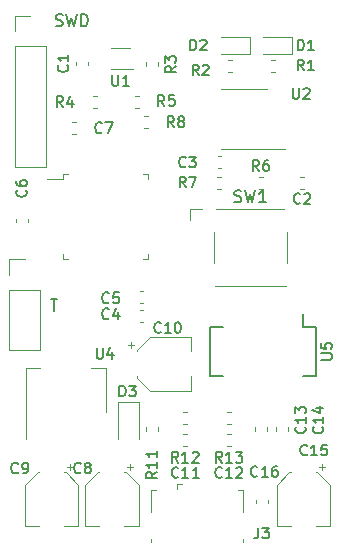
<source format=gto>
%TF.GenerationSoftware,KiCad,Pcbnew,(5.1.10)-1*%
%TF.CreationDate,2021-07-24T18:54:27+10:00*%
%TF.ProjectId,temperature_logger,74656d70-6572-4617-9475-72655f6c6f67,rev?*%
%TF.SameCoordinates,Original*%
%TF.FileFunction,Legend,Top*%
%TF.FilePolarity,Positive*%
%FSLAX46Y46*%
G04 Gerber Fmt 4.6, Leading zero omitted, Abs format (unit mm)*
G04 Created by KiCad (PCBNEW (5.1.10)-1) date 2021-07-24 18:54:27*
%MOMM*%
%LPD*%
G01*
G04 APERTURE LIST*
%ADD10C,0.150000*%
%ADD11C,0.120000*%
%ADD12O,1.700000X1.700000*%
%ADD13R,1.700000X1.700000*%
%ADD14R,1.600000X1.400000*%
%ADD15R,1.000000X1.000000*%
%ADD16R,0.400000X1.200000*%
%ADD17R,1.500000X2.000000*%
%ADD18R,3.800000X2.000000*%
%ADD19R,0.500000X0.375000*%
%ADD20R,0.650000X0.300000*%
%ADD21R,1.200000X1.900000*%
%ADD22O,1.200000X1.900000*%
%ADD23R,1.500000X1.900000*%
%ADD24C,1.450000*%
%ADD25R,0.400000X1.350000*%
G04 APERTURE END LIST*
D10*
X134014285Y-89352380D02*
X134585714Y-89352380D01*
X134300000Y-90352380D02*
X134300000Y-89352380D01*
X134442857Y-66204761D02*
X134585714Y-66252380D01*
X134823809Y-66252380D01*
X134919047Y-66204761D01*
X134966666Y-66157142D01*
X135014285Y-66061904D01*
X135014285Y-65966666D01*
X134966666Y-65871428D01*
X134919047Y-65823809D01*
X134823809Y-65776190D01*
X134633333Y-65728571D01*
X134538095Y-65680952D01*
X134490476Y-65633333D01*
X134442857Y-65538095D01*
X134442857Y-65442857D01*
X134490476Y-65347619D01*
X134538095Y-65300000D01*
X134633333Y-65252380D01*
X134871428Y-65252380D01*
X135014285Y-65300000D01*
X135347619Y-65252380D02*
X135585714Y-66252380D01*
X135776190Y-65538095D01*
X135966666Y-66252380D01*
X136204761Y-65252380D01*
X136585714Y-66252380D02*
X136585714Y-65252380D01*
X136823809Y-65252380D01*
X136966666Y-65300000D01*
X137061904Y-65395238D01*
X137109523Y-65490476D01*
X137157142Y-65680952D01*
X137157142Y-65823809D01*
X137109523Y-66014285D01*
X137061904Y-66109523D01*
X136966666Y-66204761D01*
X136823809Y-66252380D01*
X136585714Y-66252380D01*
D11*
%TO.C,J4*%
X130470000Y-93710000D02*
X133130000Y-93710000D01*
X130470000Y-88570000D02*
X130470000Y-93710000D01*
X133130000Y-88570000D02*
X133130000Y-93710000D01*
X130470000Y-88570000D02*
X133130000Y-88570000D01*
X130470000Y-87300000D02*
X130470000Y-85970000D01*
X130470000Y-85970000D02*
X131800000Y-85970000D01*
%TO.C,J1*%
X130970000Y-78190000D02*
X133630000Y-78190000D01*
X130970000Y-67970000D02*
X130970000Y-78190000D01*
X133630000Y-67970000D02*
X133630000Y-78190000D01*
X130970000Y-67970000D02*
X133630000Y-67970000D01*
X130970000Y-66700000D02*
X130970000Y-65370000D01*
X130970000Y-65370000D02*
X132300000Y-65370000D01*
%TO.C,SW1*%
X153800000Y-81750000D02*
X148000000Y-81750000D01*
X153900000Y-88250000D02*
X147900000Y-88250000D01*
X154000000Y-83700000D02*
X154000000Y-86300000D01*
X147800000Y-83700000D02*
X147800000Y-86300000D01*
X145800000Y-81700000D02*
X146800000Y-81700000D01*
X145800000Y-82700000D02*
X145800000Y-81700000D01*
%TO.C,C2*%
X155153733Y-80010000D02*
X155446267Y-80010000D01*
X155153733Y-78990000D02*
X155446267Y-78990000D01*
%TO.C,C8*%
X136940000Y-108560000D02*
X138140000Y-108560000D01*
X141460000Y-108560000D02*
X140260000Y-108560000D01*
X141460000Y-105104437D02*
X141460000Y-108560000D01*
X136940000Y-105104437D02*
X136940000Y-108560000D01*
X138004437Y-104040000D02*
X138140000Y-104040000D01*
X140395563Y-104040000D02*
X140260000Y-104040000D01*
X140395563Y-104040000D02*
X141460000Y-105104437D01*
X138004437Y-104040000D02*
X136940000Y-105104437D01*
X140760000Y-103300000D02*
X140760000Y-103800000D01*
X141010000Y-103550000D02*
X140510000Y-103550000D01*
%TO.C,C15*%
X153140000Y-108560000D02*
X154340000Y-108560000D01*
X157660000Y-108560000D02*
X156460000Y-108560000D01*
X157660000Y-105104437D02*
X157660000Y-108560000D01*
X153140000Y-105104437D02*
X153140000Y-108560000D01*
X154204437Y-104040000D02*
X154340000Y-104040000D01*
X156595563Y-104040000D02*
X156460000Y-104040000D01*
X156595563Y-104040000D02*
X157660000Y-105104437D01*
X154204437Y-104040000D02*
X153140000Y-105104437D01*
X156960000Y-103300000D02*
X156960000Y-103800000D01*
X157210000Y-103550000D02*
X156710000Y-103550000D01*
%TO.C,C12*%
X148953733Y-100760000D02*
X149246267Y-100760000D01*
X148953733Y-101780000D02*
X149246267Y-101780000D01*
%TO.C,C11*%
X145546267Y-101780000D02*
X145253733Y-101780000D01*
X145546267Y-100760000D02*
X145253733Y-100760000D01*
%TO.C,D3*%
X141450000Y-98100000D02*
X139750000Y-98100000D01*
X139750000Y-98100000D02*
X139750000Y-101250000D01*
X141450000Y-98100000D02*
X141450000Y-101250000D01*
%TO.C,D2*%
X148400000Y-68635000D02*
X150860000Y-68635000D01*
X150860000Y-68635000D02*
X150860000Y-67165000D01*
X150860000Y-67165000D02*
X148400000Y-67165000D01*
%TO.C,D1*%
X152000000Y-68635000D02*
X154460000Y-68635000D01*
X154460000Y-68635000D02*
X154460000Y-67165000D01*
X154460000Y-67165000D02*
X152000000Y-67165000D01*
%TO.C,C10*%
X145860000Y-97110000D02*
X145860000Y-95910000D01*
X145860000Y-92590000D02*
X145860000Y-93790000D01*
X142404437Y-92590000D02*
X145860000Y-92590000D01*
X142404437Y-97110000D02*
X145860000Y-97110000D01*
X141340000Y-96045563D02*
X141340000Y-95910000D01*
X141340000Y-93654437D02*
X141340000Y-93790000D01*
X141340000Y-93654437D02*
X142404437Y-92590000D01*
X141340000Y-96045563D02*
X142404437Y-97110000D01*
X140600000Y-93290000D02*
X141100000Y-93290000D01*
X140850000Y-93040000D02*
X140850000Y-93540000D01*
%TO.C,C9*%
X135910000Y-103550000D02*
X135410000Y-103550000D01*
X135660000Y-103300000D02*
X135660000Y-103800000D01*
X132904437Y-104040000D02*
X131840000Y-105104437D01*
X135295563Y-104040000D02*
X136360000Y-105104437D01*
X135295563Y-104040000D02*
X135160000Y-104040000D01*
X132904437Y-104040000D02*
X133040000Y-104040000D01*
X131840000Y-105104437D02*
X131840000Y-108560000D01*
X136360000Y-105104437D02*
X136360000Y-108560000D01*
X136360000Y-108560000D02*
X135160000Y-108560000D01*
X131840000Y-108560000D02*
X133040000Y-108560000D01*
D10*
%TO.C,U5*%
X155365000Y-91725000D02*
X155365000Y-90600000D01*
X147525000Y-91725000D02*
X147525000Y-95875000D01*
X156475000Y-91725000D02*
X156475000Y-95875000D01*
X147525000Y-91725000D02*
X148635000Y-91725000D01*
X147525000Y-95875000D02*
X148635000Y-95875000D01*
X156475000Y-95875000D02*
X155365000Y-95875000D01*
X155365000Y-91725000D02*
X156475000Y-91725000D01*
D11*
%TO.C,U4*%
X131890000Y-101200000D02*
X131890000Y-95190000D01*
X138710000Y-98950000D02*
X138710000Y-95190000D01*
X131890000Y-95190000D02*
X133150000Y-95190000D01*
X138710000Y-95190000D02*
X137450000Y-95190000D01*
%TO.C,U3*%
X135030000Y-79224000D02*
X133740000Y-79224000D01*
X135030000Y-78774000D02*
X135030000Y-79224000D01*
X135480000Y-78774000D02*
X135030000Y-78774000D01*
X142250000Y-78774000D02*
X142250000Y-79224000D01*
X141800000Y-78774000D02*
X142250000Y-78774000D01*
X135030000Y-85994000D02*
X135030000Y-85544000D01*
X135480000Y-85994000D02*
X135030000Y-85994000D01*
X142250000Y-85994000D02*
X142250000Y-85544000D01*
X141800000Y-85994000D02*
X142250000Y-85994000D01*
%TO.C,U2*%
X150400000Y-76660000D02*
X153850000Y-76660000D01*
X150400000Y-76660000D02*
X148450000Y-76660000D01*
X150400000Y-71540000D02*
X152350000Y-71540000D01*
X150400000Y-71540000D02*
X148450000Y-71540000D01*
%TO.C,U1*%
X140700000Y-68100000D02*
X139100000Y-68100000D01*
X139100000Y-69900000D02*
X141000000Y-69900000D01*
%TO.C,R13*%
X149271267Y-98920000D02*
X148928733Y-98920000D01*
X149271267Y-99940000D02*
X148928733Y-99940000D01*
%TO.C,R12*%
X145571267Y-98920000D02*
X145228733Y-98920000D01*
X145571267Y-99940000D02*
X145228733Y-99940000D01*
%TO.C,R11*%
X143110000Y-100521267D02*
X143110000Y-100178733D01*
X142090000Y-100521267D02*
X142090000Y-100178733D01*
%TO.C,R8*%
X141928733Y-74910000D02*
X142271267Y-74910000D01*
X141928733Y-73890000D02*
X142271267Y-73890000D01*
%TO.C,R7*%
X148128733Y-80010000D02*
X148471267Y-80010000D01*
X148128733Y-78990000D02*
X148471267Y-78990000D01*
%TO.C,R6*%
X151628733Y-80010000D02*
X151971267Y-80010000D01*
X151628733Y-78990000D02*
X151971267Y-78990000D01*
%TO.C,R5*%
X141128733Y-73210000D02*
X141471267Y-73210000D01*
X141128733Y-72190000D02*
X141471267Y-72190000D01*
%TO.C,R4*%
X137971267Y-72190000D02*
X137628733Y-72190000D01*
X137971267Y-73210000D02*
X137628733Y-73210000D01*
%TO.C,R3*%
X142090000Y-69328733D02*
X142090000Y-69671267D01*
X143110000Y-69328733D02*
X143110000Y-69671267D01*
%TO.C,R2*%
X149371267Y-69090000D02*
X149028733Y-69090000D01*
X149371267Y-70110000D02*
X149028733Y-70110000D01*
%TO.C,R1*%
X152971267Y-69090000D02*
X152628733Y-69090000D01*
X152971267Y-70110000D02*
X152628733Y-70110000D01*
%TO.C,J3*%
X144700000Y-104987500D02*
X144700000Y-105437500D01*
X144700000Y-104987500D02*
X145150000Y-104987500D01*
X150300000Y-105537500D02*
X149850000Y-105537500D01*
X150300000Y-107387500D02*
X150300000Y-105537500D01*
X142500000Y-109937500D02*
X142500000Y-109687500D01*
X150300000Y-109937500D02*
X150300000Y-109687500D01*
X142500000Y-107387500D02*
X142500000Y-105537500D01*
X142500000Y-105537500D02*
X142950000Y-105537500D01*
%TO.C,C16*%
X152410000Y-106636267D02*
X152410000Y-106343733D01*
X151390000Y-106636267D02*
X151390000Y-106343733D01*
%TO.C,C14*%
X153090000Y-100203733D02*
X153090000Y-100496267D01*
X154110000Y-100203733D02*
X154110000Y-100496267D01*
%TO.C,C13*%
X151290000Y-100203733D02*
X151290000Y-100496267D01*
X152310000Y-100203733D02*
X152310000Y-100496267D01*
%TO.C,C7*%
X135853733Y-75410000D02*
X136146267Y-75410000D01*
X135853733Y-74390000D02*
X136146267Y-74390000D01*
%TO.C,C6*%
X132110000Y-82846267D02*
X132110000Y-82553733D01*
X131090000Y-82846267D02*
X131090000Y-82553733D01*
%TO.C,C5*%
X141553733Y-89710000D02*
X141846267Y-89710000D01*
X141553733Y-88690000D02*
X141846267Y-88690000D01*
%TO.C,C4*%
X141553733Y-91310000D02*
X141846267Y-91310000D01*
X141553733Y-90290000D02*
X141846267Y-90290000D01*
%TO.C,C3*%
X148446267Y-77290000D02*
X148153733Y-77290000D01*
X148446267Y-78310000D02*
X148153733Y-78310000D01*
%TO.C,C1*%
X137210000Y-69546267D02*
X137210000Y-69253733D01*
X136190000Y-69546267D02*
X136190000Y-69253733D01*
%TO.C,SW1*%
D10*
X149566666Y-81104761D02*
X149709523Y-81152380D01*
X149947619Y-81152380D01*
X150042857Y-81104761D01*
X150090476Y-81057142D01*
X150138095Y-80961904D01*
X150138095Y-80866666D01*
X150090476Y-80771428D01*
X150042857Y-80723809D01*
X149947619Y-80676190D01*
X149757142Y-80628571D01*
X149661904Y-80580952D01*
X149614285Y-80533333D01*
X149566666Y-80438095D01*
X149566666Y-80342857D01*
X149614285Y-80247619D01*
X149661904Y-80200000D01*
X149757142Y-80152380D01*
X149995238Y-80152380D01*
X150138095Y-80200000D01*
X150471428Y-80152380D02*
X150709523Y-81152380D01*
X150900000Y-80438095D01*
X151090476Y-81152380D01*
X151328571Y-80152380D01*
X152233333Y-81152380D02*
X151661904Y-81152380D01*
X151947619Y-81152380D02*
X151947619Y-80152380D01*
X151852380Y-80295238D01*
X151757142Y-80390476D01*
X151661904Y-80438095D01*
%TO.C,C2*%
X155150000Y-81221428D02*
X155107142Y-81264285D01*
X154978571Y-81307142D01*
X154892857Y-81307142D01*
X154764285Y-81264285D01*
X154678571Y-81178571D01*
X154635714Y-81092857D01*
X154592857Y-80921428D01*
X154592857Y-80792857D01*
X154635714Y-80621428D01*
X154678571Y-80535714D01*
X154764285Y-80450000D01*
X154892857Y-80407142D01*
X154978571Y-80407142D01*
X155107142Y-80450000D01*
X155150000Y-80492857D01*
X155492857Y-80492857D02*
X155535714Y-80450000D01*
X155621428Y-80407142D01*
X155835714Y-80407142D01*
X155921428Y-80450000D01*
X155964285Y-80492857D01*
X156007142Y-80578571D01*
X156007142Y-80664285D01*
X155964285Y-80792857D01*
X155450000Y-81307142D01*
X156007142Y-81307142D01*
%TO.C,C8*%
X136550000Y-104021428D02*
X136507142Y-104064285D01*
X136378571Y-104107142D01*
X136292857Y-104107142D01*
X136164285Y-104064285D01*
X136078571Y-103978571D01*
X136035714Y-103892857D01*
X135992857Y-103721428D01*
X135992857Y-103592857D01*
X136035714Y-103421428D01*
X136078571Y-103335714D01*
X136164285Y-103250000D01*
X136292857Y-103207142D01*
X136378571Y-103207142D01*
X136507142Y-103250000D01*
X136550000Y-103292857D01*
X137064285Y-103592857D02*
X136978571Y-103550000D01*
X136935714Y-103507142D01*
X136892857Y-103421428D01*
X136892857Y-103378571D01*
X136935714Y-103292857D01*
X136978571Y-103250000D01*
X137064285Y-103207142D01*
X137235714Y-103207142D01*
X137321428Y-103250000D01*
X137364285Y-103292857D01*
X137407142Y-103378571D01*
X137407142Y-103421428D01*
X137364285Y-103507142D01*
X137321428Y-103550000D01*
X137235714Y-103592857D01*
X137064285Y-103592857D01*
X136978571Y-103635714D01*
X136935714Y-103678571D01*
X136892857Y-103764285D01*
X136892857Y-103935714D01*
X136935714Y-104021428D01*
X136978571Y-104064285D01*
X137064285Y-104107142D01*
X137235714Y-104107142D01*
X137321428Y-104064285D01*
X137364285Y-104021428D01*
X137407142Y-103935714D01*
X137407142Y-103764285D01*
X137364285Y-103678571D01*
X137321428Y-103635714D01*
X137235714Y-103592857D01*
%TO.C,C15*%
X155721428Y-102521428D02*
X155678571Y-102564285D01*
X155550000Y-102607142D01*
X155464285Y-102607142D01*
X155335714Y-102564285D01*
X155250000Y-102478571D01*
X155207142Y-102392857D01*
X155164285Y-102221428D01*
X155164285Y-102092857D01*
X155207142Y-101921428D01*
X155250000Y-101835714D01*
X155335714Y-101750000D01*
X155464285Y-101707142D01*
X155550000Y-101707142D01*
X155678571Y-101750000D01*
X155721428Y-101792857D01*
X156578571Y-102607142D02*
X156064285Y-102607142D01*
X156321428Y-102607142D02*
X156321428Y-101707142D01*
X156235714Y-101835714D01*
X156150000Y-101921428D01*
X156064285Y-101964285D01*
X157392857Y-101707142D02*
X156964285Y-101707142D01*
X156921428Y-102135714D01*
X156964285Y-102092857D01*
X157050000Y-102050000D01*
X157264285Y-102050000D01*
X157350000Y-102092857D01*
X157392857Y-102135714D01*
X157435714Y-102221428D01*
X157435714Y-102435714D01*
X157392857Y-102521428D01*
X157350000Y-102564285D01*
X157264285Y-102607142D01*
X157050000Y-102607142D01*
X156964285Y-102564285D01*
X156921428Y-102521428D01*
%TO.C,C12*%
X148521428Y-104421428D02*
X148478571Y-104464285D01*
X148350000Y-104507142D01*
X148264285Y-104507142D01*
X148135714Y-104464285D01*
X148050000Y-104378571D01*
X148007142Y-104292857D01*
X147964285Y-104121428D01*
X147964285Y-103992857D01*
X148007142Y-103821428D01*
X148050000Y-103735714D01*
X148135714Y-103650000D01*
X148264285Y-103607142D01*
X148350000Y-103607142D01*
X148478571Y-103650000D01*
X148521428Y-103692857D01*
X149378571Y-104507142D02*
X148864285Y-104507142D01*
X149121428Y-104507142D02*
X149121428Y-103607142D01*
X149035714Y-103735714D01*
X148950000Y-103821428D01*
X148864285Y-103864285D01*
X149721428Y-103692857D02*
X149764285Y-103650000D01*
X149850000Y-103607142D01*
X150064285Y-103607142D01*
X150150000Y-103650000D01*
X150192857Y-103692857D01*
X150235714Y-103778571D01*
X150235714Y-103864285D01*
X150192857Y-103992857D01*
X149678571Y-104507142D01*
X150235714Y-104507142D01*
%TO.C,C11*%
X144821428Y-104421428D02*
X144778571Y-104464285D01*
X144650000Y-104507142D01*
X144564285Y-104507142D01*
X144435714Y-104464285D01*
X144350000Y-104378571D01*
X144307142Y-104292857D01*
X144264285Y-104121428D01*
X144264285Y-103992857D01*
X144307142Y-103821428D01*
X144350000Y-103735714D01*
X144435714Y-103650000D01*
X144564285Y-103607142D01*
X144650000Y-103607142D01*
X144778571Y-103650000D01*
X144821428Y-103692857D01*
X145678571Y-104507142D02*
X145164285Y-104507142D01*
X145421428Y-104507142D02*
X145421428Y-103607142D01*
X145335714Y-103735714D01*
X145250000Y-103821428D01*
X145164285Y-103864285D01*
X146535714Y-104507142D02*
X146021428Y-104507142D01*
X146278571Y-104507142D02*
X146278571Y-103607142D01*
X146192857Y-103735714D01*
X146107142Y-103821428D01*
X146021428Y-103864285D01*
%TO.C,D3*%
X139835714Y-97607142D02*
X139835714Y-96707142D01*
X140050000Y-96707142D01*
X140178571Y-96750000D01*
X140264285Y-96835714D01*
X140307142Y-96921428D01*
X140350000Y-97092857D01*
X140350000Y-97221428D01*
X140307142Y-97392857D01*
X140264285Y-97478571D01*
X140178571Y-97564285D01*
X140050000Y-97607142D01*
X139835714Y-97607142D01*
X140650000Y-96707142D02*
X141207142Y-96707142D01*
X140907142Y-97050000D01*
X141035714Y-97050000D01*
X141121428Y-97092857D01*
X141164285Y-97135714D01*
X141207142Y-97221428D01*
X141207142Y-97435714D01*
X141164285Y-97521428D01*
X141121428Y-97564285D01*
X141035714Y-97607142D01*
X140778571Y-97607142D01*
X140692857Y-97564285D01*
X140650000Y-97521428D01*
%TO.C,D2*%
X145835714Y-68307142D02*
X145835714Y-67407142D01*
X146050000Y-67407142D01*
X146178571Y-67450000D01*
X146264285Y-67535714D01*
X146307142Y-67621428D01*
X146350000Y-67792857D01*
X146350000Y-67921428D01*
X146307142Y-68092857D01*
X146264285Y-68178571D01*
X146178571Y-68264285D01*
X146050000Y-68307142D01*
X145835714Y-68307142D01*
X146692857Y-67492857D02*
X146735714Y-67450000D01*
X146821428Y-67407142D01*
X147035714Y-67407142D01*
X147121428Y-67450000D01*
X147164285Y-67492857D01*
X147207142Y-67578571D01*
X147207142Y-67664285D01*
X147164285Y-67792857D01*
X146650000Y-68307142D01*
X147207142Y-68307142D01*
%TO.C,D1*%
X154935714Y-68307142D02*
X154935714Y-67407142D01*
X155150000Y-67407142D01*
X155278571Y-67450000D01*
X155364285Y-67535714D01*
X155407142Y-67621428D01*
X155450000Y-67792857D01*
X155450000Y-67921428D01*
X155407142Y-68092857D01*
X155364285Y-68178571D01*
X155278571Y-68264285D01*
X155150000Y-68307142D01*
X154935714Y-68307142D01*
X156307142Y-68307142D02*
X155792857Y-68307142D01*
X156050000Y-68307142D02*
X156050000Y-67407142D01*
X155964285Y-67535714D01*
X155878571Y-67621428D01*
X155792857Y-67664285D01*
%TO.C,C10*%
X143321428Y-92121428D02*
X143278571Y-92164285D01*
X143150000Y-92207142D01*
X143064285Y-92207142D01*
X142935714Y-92164285D01*
X142850000Y-92078571D01*
X142807142Y-91992857D01*
X142764285Y-91821428D01*
X142764285Y-91692857D01*
X142807142Y-91521428D01*
X142850000Y-91435714D01*
X142935714Y-91350000D01*
X143064285Y-91307142D01*
X143150000Y-91307142D01*
X143278571Y-91350000D01*
X143321428Y-91392857D01*
X144178571Y-92207142D02*
X143664285Y-92207142D01*
X143921428Y-92207142D02*
X143921428Y-91307142D01*
X143835714Y-91435714D01*
X143750000Y-91521428D01*
X143664285Y-91564285D01*
X144735714Y-91307142D02*
X144821428Y-91307142D01*
X144907142Y-91350000D01*
X144950000Y-91392857D01*
X144992857Y-91478571D01*
X145035714Y-91650000D01*
X145035714Y-91864285D01*
X144992857Y-92035714D01*
X144950000Y-92121428D01*
X144907142Y-92164285D01*
X144821428Y-92207142D01*
X144735714Y-92207142D01*
X144650000Y-92164285D01*
X144607142Y-92121428D01*
X144564285Y-92035714D01*
X144521428Y-91864285D01*
X144521428Y-91650000D01*
X144564285Y-91478571D01*
X144607142Y-91392857D01*
X144650000Y-91350000D01*
X144735714Y-91307142D01*
%TO.C,C9*%
X131250000Y-104021428D02*
X131207142Y-104064285D01*
X131078571Y-104107142D01*
X130992857Y-104107142D01*
X130864285Y-104064285D01*
X130778571Y-103978571D01*
X130735714Y-103892857D01*
X130692857Y-103721428D01*
X130692857Y-103592857D01*
X130735714Y-103421428D01*
X130778571Y-103335714D01*
X130864285Y-103250000D01*
X130992857Y-103207142D01*
X131078571Y-103207142D01*
X131207142Y-103250000D01*
X131250000Y-103292857D01*
X131678571Y-104107142D02*
X131850000Y-104107142D01*
X131935714Y-104064285D01*
X131978571Y-104021428D01*
X132064285Y-103892857D01*
X132107142Y-103721428D01*
X132107142Y-103378571D01*
X132064285Y-103292857D01*
X132021428Y-103250000D01*
X131935714Y-103207142D01*
X131764285Y-103207142D01*
X131678571Y-103250000D01*
X131635714Y-103292857D01*
X131592857Y-103378571D01*
X131592857Y-103592857D01*
X131635714Y-103678571D01*
X131678571Y-103721428D01*
X131764285Y-103764285D01*
X131935714Y-103764285D01*
X132021428Y-103721428D01*
X132064285Y-103678571D01*
X132107142Y-103592857D01*
%TO.C,U5*%
X156907142Y-94485714D02*
X157635714Y-94485714D01*
X157721428Y-94442857D01*
X157764285Y-94400000D01*
X157807142Y-94314285D01*
X157807142Y-94142857D01*
X157764285Y-94057142D01*
X157721428Y-94014285D01*
X157635714Y-93971428D01*
X156907142Y-93971428D01*
X156907142Y-93114285D02*
X156907142Y-93542857D01*
X157335714Y-93585714D01*
X157292857Y-93542857D01*
X157250000Y-93457142D01*
X157250000Y-93242857D01*
X157292857Y-93157142D01*
X157335714Y-93114285D01*
X157421428Y-93071428D01*
X157635714Y-93071428D01*
X157721428Y-93114285D01*
X157764285Y-93157142D01*
X157807142Y-93242857D01*
X157807142Y-93457142D01*
X157764285Y-93542857D01*
X157721428Y-93585714D01*
%TO.C,U4*%
X137914285Y-93507142D02*
X137914285Y-94235714D01*
X137957142Y-94321428D01*
X138000000Y-94364285D01*
X138085714Y-94407142D01*
X138257142Y-94407142D01*
X138342857Y-94364285D01*
X138385714Y-94321428D01*
X138428571Y-94235714D01*
X138428571Y-93507142D01*
X139242857Y-93807142D02*
X139242857Y-94407142D01*
X139028571Y-93464285D02*
X138814285Y-94107142D01*
X139371428Y-94107142D01*
%TO.C,U2*%
X154514285Y-71507142D02*
X154514285Y-72235714D01*
X154557142Y-72321428D01*
X154600000Y-72364285D01*
X154685714Y-72407142D01*
X154857142Y-72407142D01*
X154942857Y-72364285D01*
X154985714Y-72321428D01*
X155028571Y-72235714D01*
X155028571Y-71507142D01*
X155414285Y-71592857D02*
X155457142Y-71550000D01*
X155542857Y-71507142D01*
X155757142Y-71507142D01*
X155842857Y-71550000D01*
X155885714Y-71592857D01*
X155928571Y-71678571D01*
X155928571Y-71764285D01*
X155885714Y-71892857D01*
X155371428Y-72407142D01*
X155928571Y-72407142D01*
%TO.C,U1*%
X139214285Y-70407142D02*
X139214285Y-71135714D01*
X139257142Y-71221428D01*
X139300000Y-71264285D01*
X139385714Y-71307142D01*
X139557142Y-71307142D01*
X139642857Y-71264285D01*
X139685714Y-71221428D01*
X139728571Y-71135714D01*
X139728571Y-70407142D01*
X140628571Y-71307142D02*
X140114285Y-71307142D01*
X140371428Y-71307142D02*
X140371428Y-70407142D01*
X140285714Y-70535714D01*
X140200000Y-70621428D01*
X140114285Y-70664285D01*
%TO.C,R13*%
X148521428Y-103207142D02*
X148221428Y-102778571D01*
X148007142Y-103207142D02*
X148007142Y-102307142D01*
X148350000Y-102307142D01*
X148435714Y-102350000D01*
X148478571Y-102392857D01*
X148521428Y-102478571D01*
X148521428Y-102607142D01*
X148478571Y-102692857D01*
X148435714Y-102735714D01*
X148350000Y-102778571D01*
X148007142Y-102778571D01*
X149378571Y-103207142D02*
X148864285Y-103207142D01*
X149121428Y-103207142D02*
X149121428Y-102307142D01*
X149035714Y-102435714D01*
X148950000Y-102521428D01*
X148864285Y-102564285D01*
X149678571Y-102307142D02*
X150235714Y-102307142D01*
X149935714Y-102650000D01*
X150064285Y-102650000D01*
X150150000Y-102692857D01*
X150192857Y-102735714D01*
X150235714Y-102821428D01*
X150235714Y-103035714D01*
X150192857Y-103121428D01*
X150150000Y-103164285D01*
X150064285Y-103207142D01*
X149807142Y-103207142D01*
X149721428Y-103164285D01*
X149678571Y-103121428D01*
%TO.C,R12*%
X144821428Y-103207142D02*
X144521428Y-102778571D01*
X144307142Y-103207142D02*
X144307142Y-102307142D01*
X144650000Y-102307142D01*
X144735714Y-102350000D01*
X144778571Y-102392857D01*
X144821428Y-102478571D01*
X144821428Y-102607142D01*
X144778571Y-102692857D01*
X144735714Y-102735714D01*
X144650000Y-102778571D01*
X144307142Y-102778571D01*
X145678571Y-103207142D02*
X145164285Y-103207142D01*
X145421428Y-103207142D02*
X145421428Y-102307142D01*
X145335714Y-102435714D01*
X145250000Y-102521428D01*
X145164285Y-102564285D01*
X146021428Y-102392857D02*
X146064285Y-102350000D01*
X146150000Y-102307142D01*
X146364285Y-102307142D01*
X146450000Y-102350000D01*
X146492857Y-102392857D01*
X146535714Y-102478571D01*
X146535714Y-102564285D01*
X146492857Y-102692857D01*
X145978571Y-103207142D01*
X146535714Y-103207142D01*
%TO.C,R11*%
X143007142Y-103978571D02*
X142578571Y-104278571D01*
X143007142Y-104492857D02*
X142107142Y-104492857D01*
X142107142Y-104150000D01*
X142150000Y-104064285D01*
X142192857Y-104021428D01*
X142278571Y-103978571D01*
X142407142Y-103978571D01*
X142492857Y-104021428D01*
X142535714Y-104064285D01*
X142578571Y-104150000D01*
X142578571Y-104492857D01*
X143007142Y-103121428D02*
X143007142Y-103635714D01*
X143007142Y-103378571D02*
X142107142Y-103378571D01*
X142235714Y-103464285D01*
X142321428Y-103550000D01*
X142364285Y-103635714D01*
X143007142Y-102264285D02*
X143007142Y-102778571D01*
X143007142Y-102521428D02*
X142107142Y-102521428D01*
X142235714Y-102607142D01*
X142321428Y-102692857D01*
X142364285Y-102778571D01*
%TO.C,R8*%
X144450000Y-74807142D02*
X144150000Y-74378571D01*
X143935714Y-74807142D02*
X143935714Y-73907142D01*
X144278571Y-73907142D01*
X144364285Y-73950000D01*
X144407142Y-73992857D01*
X144450000Y-74078571D01*
X144450000Y-74207142D01*
X144407142Y-74292857D01*
X144364285Y-74335714D01*
X144278571Y-74378571D01*
X143935714Y-74378571D01*
X144964285Y-74292857D02*
X144878571Y-74250000D01*
X144835714Y-74207142D01*
X144792857Y-74121428D01*
X144792857Y-74078571D01*
X144835714Y-73992857D01*
X144878571Y-73950000D01*
X144964285Y-73907142D01*
X145135714Y-73907142D01*
X145221428Y-73950000D01*
X145264285Y-73992857D01*
X145307142Y-74078571D01*
X145307142Y-74121428D01*
X145264285Y-74207142D01*
X145221428Y-74250000D01*
X145135714Y-74292857D01*
X144964285Y-74292857D01*
X144878571Y-74335714D01*
X144835714Y-74378571D01*
X144792857Y-74464285D01*
X144792857Y-74635714D01*
X144835714Y-74721428D01*
X144878571Y-74764285D01*
X144964285Y-74807142D01*
X145135714Y-74807142D01*
X145221428Y-74764285D01*
X145264285Y-74721428D01*
X145307142Y-74635714D01*
X145307142Y-74464285D01*
X145264285Y-74378571D01*
X145221428Y-74335714D01*
X145135714Y-74292857D01*
%TO.C,R7*%
X145450000Y-79907142D02*
X145150000Y-79478571D01*
X144935714Y-79907142D02*
X144935714Y-79007142D01*
X145278571Y-79007142D01*
X145364285Y-79050000D01*
X145407142Y-79092857D01*
X145450000Y-79178571D01*
X145450000Y-79307142D01*
X145407142Y-79392857D01*
X145364285Y-79435714D01*
X145278571Y-79478571D01*
X144935714Y-79478571D01*
X145750000Y-79007142D02*
X146350000Y-79007142D01*
X145964285Y-79907142D01*
%TO.C,R6*%
X151650000Y-78507142D02*
X151350000Y-78078571D01*
X151135714Y-78507142D02*
X151135714Y-77607142D01*
X151478571Y-77607142D01*
X151564285Y-77650000D01*
X151607142Y-77692857D01*
X151650000Y-77778571D01*
X151650000Y-77907142D01*
X151607142Y-77992857D01*
X151564285Y-78035714D01*
X151478571Y-78078571D01*
X151135714Y-78078571D01*
X152421428Y-77607142D02*
X152250000Y-77607142D01*
X152164285Y-77650000D01*
X152121428Y-77692857D01*
X152035714Y-77821428D01*
X151992857Y-77992857D01*
X151992857Y-78335714D01*
X152035714Y-78421428D01*
X152078571Y-78464285D01*
X152164285Y-78507142D01*
X152335714Y-78507142D01*
X152421428Y-78464285D01*
X152464285Y-78421428D01*
X152507142Y-78335714D01*
X152507142Y-78121428D01*
X152464285Y-78035714D01*
X152421428Y-77992857D01*
X152335714Y-77950000D01*
X152164285Y-77950000D01*
X152078571Y-77992857D01*
X152035714Y-78035714D01*
X151992857Y-78121428D01*
%TO.C,R5*%
X143650000Y-73007142D02*
X143350000Y-72578571D01*
X143135714Y-73007142D02*
X143135714Y-72107142D01*
X143478571Y-72107142D01*
X143564285Y-72150000D01*
X143607142Y-72192857D01*
X143650000Y-72278571D01*
X143650000Y-72407142D01*
X143607142Y-72492857D01*
X143564285Y-72535714D01*
X143478571Y-72578571D01*
X143135714Y-72578571D01*
X144464285Y-72107142D02*
X144035714Y-72107142D01*
X143992857Y-72535714D01*
X144035714Y-72492857D01*
X144121428Y-72450000D01*
X144335714Y-72450000D01*
X144421428Y-72492857D01*
X144464285Y-72535714D01*
X144507142Y-72621428D01*
X144507142Y-72835714D01*
X144464285Y-72921428D01*
X144421428Y-72964285D01*
X144335714Y-73007142D01*
X144121428Y-73007142D01*
X144035714Y-72964285D01*
X143992857Y-72921428D01*
%TO.C,R4*%
X135050000Y-73107142D02*
X134750000Y-72678571D01*
X134535714Y-73107142D02*
X134535714Y-72207142D01*
X134878571Y-72207142D01*
X134964285Y-72250000D01*
X135007142Y-72292857D01*
X135050000Y-72378571D01*
X135050000Y-72507142D01*
X135007142Y-72592857D01*
X134964285Y-72635714D01*
X134878571Y-72678571D01*
X134535714Y-72678571D01*
X135821428Y-72507142D02*
X135821428Y-73107142D01*
X135607142Y-72164285D02*
X135392857Y-72807142D01*
X135950000Y-72807142D01*
%TO.C,R3*%
X144607142Y-69650000D02*
X144178571Y-69950000D01*
X144607142Y-70164285D02*
X143707142Y-70164285D01*
X143707142Y-69821428D01*
X143750000Y-69735714D01*
X143792857Y-69692857D01*
X143878571Y-69650000D01*
X144007142Y-69650000D01*
X144092857Y-69692857D01*
X144135714Y-69735714D01*
X144178571Y-69821428D01*
X144178571Y-70164285D01*
X143707142Y-69350000D02*
X143707142Y-68792857D01*
X144050000Y-69092857D01*
X144050000Y-68964285D01*
X144092857Y-68878571D01*
X144135714Y-68835714D01*
X144221428Y-68792857D01*
X144435714Y-68792857D01*
X144521428Y-68835714D01*
X144564285Y-68878571D01*
X144607142Y-68964285D01*
X144607142Y-69221428D01*
X144564285Y-69307142D01*
X144521428Y-69350000D01*
%TO.C,R2*%
X146550000Y-70407142D02*
X146250000Y-69978571D01*
X146035714Y-70407142D02*
X146035714Y-69507142D01*
X146378571Y-69507142D01*
X146464285Y-69550000D01*
X146507142Y-69592857D01*
X146550000Y-69678571D01*
X146550000Y-69807142D01*
X146507142Y-69892857D01*
X146464285Y-69935714D01*
X146378571Y-69978571D01*
X146035714Y-69978571D01*
X146892857Y-69592857D02*
X146935714Y-69550000D01*
X147021428Y-69507142D01*
X147235714Y-69507142D01*
X147321428Y-69550000D01*
X147364285Y-69592857D01*
X147407142Y-69678571D01*
X147407142Y-69764285D01*
X147364285Y-69892857D01*
X146850000Y-70407142D01*
X147407142Y-70407142D01*
%TO.C,R1*%
X155450000Y-70007142D02*
X155150000Y-69578571D01*
X154935714Y-70007142D02*
X154935714Y-69107142D01*
X155278571Y-69107142D01*
X155364285Y-69150000D01*
X155407142Y-69192857D01*
X155450000Y-69278571D01*
X155450000Y-69407142D01*
X155407142Y-69492857D01*
X155364285Y-69535714D01*
X155278571Y-69578571D01*
X154935714Y-69578571D01*
X156307142Y-70007142D02*
X155792857Y-70007142D01*
X156050000Y-70007142D02*
X156050000Y-69107142D01*
X155964285Y-69235714D01*
X155878571Y-69321428D01*
X155792857Y-69364285D01*
%TO.C,J3*%
X151600000Y-108707142D02*
X151600000Y-109350000D01*
X151557142Y-109478571D01*
X151471428Y-109564285D01*
X151342857Y-109607142D01*
X151257142Y-109607142D01*
X151942857Y-108707142D02*
X152500000Y-108707142D01*
X152200000Y-109050000D01*
X152328571Y-109050000D01*
X152414285Y-109092857D01*
X152457142Y-109135714D01*
X152500000Y-109221428D01*
X152500000Y-109435714D01*
X152457142Y-109521428D01*
X152414285Y-109564285D01*
X152328571Y-109607142D01*
X152071428Y-109607142D01*
X151985714Y-109564285D01*
X151942857Y-109521428D01*
%TO.C,C16*%
X151521428Y-104321428D02*
X151478571Y-104364285D01*
X151350000Y-104407142D01*
X151264285Y-104407142D01*
X151135714Y-104364285D01*
X151050000Y-104278571D01*
X151007142Y-104192857D01*
X150964285Y-104021428D01*
X150964285Y-103892857D01*
X151007142Y-103721428D01*
X151050000Y-103635714D01*
X151135714Y-103550000D01*
X151264285Y-103507142D01*
X151350000Y-103507142D01*
X151478571Y-103550000D01*
X151521428Y-103592857D01*
X152378571Y-104407142D02*
X151864285Y-104407142D01*
X152121428Y-104407142D02*
X152121428Y-103507142D01*
X152035714Y-103635714D01*
X151950000Y-103721428D01*
X151864285Y-103764285D01*
X153150000Y-103507142D02*
X152978571Y-103507142D01*
X152892857Y-103550000D01*
X152850000Y-103592857D01*
X152764285Y-103721428D01*
X152721428Y-103892857D01*
X152721428Y-104235714D01*
X152764285Y-104321428D01*
X152807142Y-104364285D01*
X152892857Y-104407142D01*
X153064285Y-104407142D01*
X153150000Y-104364285D01*
X153192857Y-104321428D01*
X153235714Y-104235714D01*
X153235714Y-104021428D01*
X153192857Y-103935714D01*
X153150000Y-103892857D01*
X153064285Y-103850000D01*
X152892857Y-103850000D01*
X152807142Y-103892857D01*
X152764285Y-103935714D01*
X152721428Y-104021428D01*
%TO.C,C14*%
X157021428Y-100178571D02*
X157064285Y-100221428D01*
X157107142Y-100350000D01*
X157107142Y-100435714D01*
X157064285Y-100564285D01*
X156978571Y-100650000D01*
X156892857Y-100692857D01*
X156721428Y-100735714D01*
X156592857Y-100735714D01*
X156421428Y-100692857D01*
X156335714Y-100650000D01*
X156250000Y-100564285D01*
X156207142Y-100435714D01*
X156207142Y-100350000D01*
X156250000Y-100221428D01*
X156292857Y-100178571D01*
X157107142Y-99321428D02*
X157107142Y-99835714D01*
X157107142Y-99578571D02*
X156207142Y-99578571D01*
X156335714Y-99664285D01*
X156421428Y-99750000D01*
X156464285Y-99835714D01*
X156507142Y-98550000D02*
X157107142Y-98550000D01*
X156164285Y-98764285D02*
X156807142Y-98978571D01*
X156807142Y-98421428D01*
%TO.C,C13*%
X155521428Y-100178571D02*
X155564285Y-100221428D01*
X155607142Y-100350000D01*
X155607142Y-100435714D01*
X155564285Y-100564285D01*
X155478571Y-100650000D01*
X155392857Y-100692857D01*
X155221428Y-100735714D01*
X155092857Y-100735714D01*
X154921428Y-100692857D01*
X154835714Y-100650000D01*
X154750000Y-100564285D01*
X154707142Y-100435714D01*
X154707142Y-100350000D01*
X154750000Y-100221428D01*
X154792857Y-100178571D01*
X155607142Y-99321428D02*
X155607142Y-99835714D01*
X155607142Y-99578571D02*
X154707142Y-99578571D01*
X154835714Y-99664285D01*
X154921428Y-99750000D01*
X154964285Y-99835714D01*
X154707142Y-99021428D02*
X154707142Y-98464285D01*
X155050000Y-98764285D01*
X155050000Y-98635714D01*
X155092857Y-98550000D01*
X155135714Y-98507142D01*
X155221428Y-98464285D01*
X155435714Y-98464285D01*
X155521428Y-98507142D01*
X155564285Y-98550000D01*
X155607142Y-98635714D01*
X155607142Y-98892857D01*
X155564285Y-98978571D01*
X155521428Y-99021428D01*
%TO.C,C7*%
X138350000Y-75221428D02*
X138307142Y-75264285D01*
X138178571Y-75307142D01*
X138092857Y-75307142D01*
X137964285Y-75264285D01*
X137878571Y-75178571D01*
X137835714Y-75092857D01*
X137792857Y-74921428D01*
X137792857Y-74792857D01*
X137835714Y-74621428D01*
X137878571Y-74535714D01*
X137964285Y-74450000D01*
X138092857Y-74407142D01*
X138178571Y-74407142D01*
X138307142Y-74450000D01*
X138350000Y-74492857D01*
X138650000Y-74407142D02*
X139250000Y-74407142D01*
X138864285Y-75307142D01*
%TO.C,C6*%
X131921428Y-80150000D02*
X131964285Y-80192857D01*
X132007142Y-80321428D01*
X132007142Y-80407142D01*
X131964285Y-80535714D01*
X131878571Y-80621428D01*
X131792857Y-80664285D01*
X131621428Y-80707142D01*
X131492857Y-80707142D01*
X131321428Y-80664285D01*
X131235714Y-80621428D01*
X131150000Y-80535714D01*
X131107142Y-80407142D01*
X131107142Y-80321428D01*
X131150000Y-80192857D01*
X131192857Y-80150000D01*
X131107142Y-79378571D02*
X131107142Y-79550000D01*
X131150000Y-79635714D01*
X131192857Y-79678571D01*
X131321428Y-79764285D01*
X131492857Y-79807142D01*
X131835714Y-79807142D01*
X131921428Y-79764285D01*
X131964285Y-79721428D01*
X132007142Y-79635714D01*
X132007142Y-79464285D01*
X131964285Y-79378571D01*
X131921428Y-79335714D01*
X131835714Y-79292857D01*
X131621428Y-79292857D01*
X131535714Y-79335714D01*
X131492857Y-79378571D01*
X131450000Y-79464285D01*
X131450000Y-79635714D01*
X131492857Y-79721428D01*
X131535714Y-79764285D01*
X131621428Y-79807142D01*
%TO.C,C5*%
X138950000Y-89621428D02*
X138907142Y-89664285D01*
X138778571Y-89707142D01*
X138692857Y-89707142D01*
X138564285Y-89664285D01*
X138478571Y-89578571D01*
X138435714Y-89492857D01*
X138392857Y-89321428D01*
X138392857Y-89192857D01*
X138435714Y-89021428D01*
X138478571Y-88935714D01*
X138564285Y-88850000D01*
X138692857Y-88807142D01*
X138778571Y-88807142D01*
X138907142Y-88850000D01*
X138950000Y-88892857D01*
X139764285Y-88807142D02*
X139335714Y-88807142D01*
X139292857Y-89235714D01*
X139335714Y-89192857D01*
X139421428Y-89150000D01*
X139635714Y-89150000D01*
X139721428Y-89192857D01*
X139764285Y-89235714D01*
X139807142Y-89321428D01*
X139807142Y-89535714D01*
X139764285Y-89621428D01*
X139721428Y-89664285D01*
X139635714Y-89707142D01*
X139421428Y-89707142D01*
X139335714Y-89664285D01*
X139292857Y-89621428D01*
%TO.C,C4*%
X138950000Y-90971428D02*
X138907142Y-91014285D01*
X138778571Y-91057142D01*
X138692857Y-91057142D01*
X138564285Y-91014285D01*
X138478571Y-90928571D01*
X138435714Y-90842857D01*
X138392857Y-90671428D01*
X138392857Y-90542857D01*
X138435714Y-90371428D01*
X138478571Y-90285714D01*
X138564285Y-90200000D01*
X138692857Y-90157142D01*
X138778571Y-90157142D01*
X138907142Y-90200000D01*
X138950000Y-90242857D01*
X139721428Y-90457142D02*
X139721428Y-91057142D01*
X139507142Y-90114285D02*
X139292857Y-90757142D01*
X139850000Y-90757142D01*
%TO.C,C3*%
X145450000Y-78121428D02*
X145407142Y-78164285D01*
X145278571Y-78207142D01*
X145192857Y-78207142D01*
X145064285Y-78164285D01*
X144978571Y-78078571D01*
X144935714Y-77992857D01*
X144892857Y-77821428D01*
X144892857Y-77692857D01*
X144935714Y-77521428D01*
X144978571Y-77435714D01*
X145064285Y-77350000D01*
X145192857Y-77307142D01*
X145278571Y-77307142D01*
X145407142Y-77350000D01*
X145450000Y-77392857D01*
X145750000Y-77307142D02*
X146307142Y-77307142D01*
X146007142Y-77650000D01*
X146135714Y-77650000D01*
X146221428Y-77692857D01*
X146264285Y-77735714D01*
X146307142Y-77821428D01*
X146307142Y-78035714D01*
X146264285Y-78121428D01*
X146221428Y-78164285D01*
X146135714Y-78207142D01*
X145878571Y-78207142D01*
X145792857Y-78164285D01*
X145750000Y-78121428D01*
%TO.C,C1*%
X135421428Y-69550000D02*
X135464285Y-69592857D01*
X135507142Y-69721428D01*
X135507142Y-69807142D01*
X135464285Y-69935714D01*
X135378571Y-70021428D01*
X135292857Y-70064285D01*
X135121428Y-70107142D01*
X134992857Y-70107142D01*
X134821428Y-70064285D01*
X134735714Y-70021428D01*
X134650000Y-69935714D01*
X134607142Y-69807142D01*
X134607142Y-69721428D01*
X134650000Y-69592857D01*
X134692857Y-69550000D01*
X135507142Y-68692857D02*
X135507142Y-69207142D01*
X135507142Y-68950000D02*
X134607142Y-68950000D01*
X134735714Y-69035714D01*
X134821428Y-69121428D01*
X134864285Y-69207142D01*
%TD*%
%LPC*%
D12*
%TO.C,J4*%
X131800000Y-92380000D03*
X131800000Y-89840000D03*
D13*
X131800000Y-87300000D03*
%TD*%
D12*
%TO.C,J1*%
X132300000Y-76860000D03*
X132300000Y-74320000D03*
X132300000Y-71780000D03*
X132300000Y-69240000D03*
D13*
X132300000Y-66700000D03*
%TD*%
D14*
%TO.C,SW1*%
X146900000Y-87250000D03*
X154900000Y-87250000D03*
X146900000Y-82750000D03*
X154900000Y-82750000D03*
%TD*%
%TO.C,C2*%
G36*
G01*
X155625000Y-79737500D02*
X155625000Y-79262500D01*
G75*
G02*
X155862500Y-79025000I237500J0D01*
G01*
X156462500Y-79025000D01*
G75*
G02*
X156700000Y-79262500I0J-237500D01*
G01*
X156700000Y-79737500D01*
G75*
G02*
X156462500Y-79975000I-237500J0D01*
G01*
X155862500Y-79975000D01*
G75*
G02*
X155625000Y-79737500I0J237500D01*
G01*
G37*
G36*
G01*
X153900000Y-79737500D02*
X153900000Y-79262500D01*
G75*
G02*
X154137500Y-79025000I237500J0D01*
G01*
X154737500Y-79025000D01*
G75*
G02*
X154975000Y-79262500I0J-237500D01*
G01*
X154975000Y-79737500D01*
G75*
G02*
X154737500Y-79975000I-237500J0D01*
G01*
X154137500Y-79975000D01*
G75*
G02*
X153900000Y-79737500I0J237500D01*
G01*
G37*
%TD*%
%TO.C,C8*%
G36*
G01*
X138650000Y-106800000D02*
X139750000Y-106800000D01*
G75*
G02*
X140000000Y-107050000I0J-250000D01*
G01*
X140000000Y-109150000D01*
G75*
G02*
X139750000Y-109400000I-250000J0D01*
G01*
X138650000Y-109400000D01*
G75*
G02*
X138400000Y-109150000I0J250000D01*
G01*
X138400000Y-107050000D01*
G75*
G02*
X138650000Y-106800000I250000J0D01*
G01*
G37*
G36*
G01*
X138650000Y-103200000D02*
X139750000Y-103200000D01*
G75*
G02*
X140000000Y-103450000I0J-250000D01*
G01*
X140000000Y-105550000D01*
G75*
G02*
X139750000Y-105800000I-250000J0D01*
G01*
X138650000Y-105800000D01*
G75*
G02*
X138400000Y-105550000I0J250000D01*
G01*
X138400000Y-103450000D01*
G75*
G02*
X138650000Y-103200000I250000J0D01*
G01*
G37*
%TD*%
%TO.C,C15*%
G36*
G01*
X154850000Y-106800000D02*
X155950000Y-106800000D01*
G75*
G02*
X156200000Y-107050000I0J-250000D01*
G01*
X156200000Y-109150000D01*
G75*
G02*
X155950000Y-109400000I-250000J0D01*
G01*
X154850000Y-109400000D01*
G75*
G02*
X154600000Y-109150000I0J250000D01*
G01*
X154600000Y-107050000D01*
G75*
G02*
X154850000Y-106800000I250000J0D01*
G01*
G37*
G36*
G01*
X154850000Y-103200000D02*
X155950000Y-103200000D01*
G75*
G02*
X156200000Y-103450000I0J-250000D01*
G01*
X156200000Y-105550000D01*
G75*
G02*
X155950000Y-105800000I-250000J0D01*
G01*
X154850000Y-105800000D01*
G75*
G02*
X154600000Y-105550000I0J250000D01*
G01*
X154600000Y-103450000D01*
G75*
G02*
X154850000Y-103200000I250000J0D01*
G01*
G37*
%TD*%
%TO.C,C12*%
G36*
G01*
X149425000Y-101507500D02*
X149425000Y-101032500D01*
G75*
G02*
X149662500Y-100795000I237500J0D01*
G01*
X150262500Y-100795000D01*
G75*
G02*
X150500000Y-101032500I0J-237500D01*
G01*
X150500000Y-101507500D01*
G75*
G02*
X150262500Y-101745000I-237500J0D01*
G01*
X149662500Y-101745000D01*
G75*
G02*
X149425000Y-101507500I0J237500D01*
G01*
G37*
G36*
G01*
X147700000Y-101507500D02*
X147700000Y-101032500D01*
G75*
G02*
X147937500Y-100795000I237500J0D01*
G01*
X148537500Y-100795000D01*
G75*
G02*
X148775000Y-101032500I0J-237500D01*
G01*
X148775000Y-101507500D01*
G75*
G02*
X148537500Y-101745000I-237500J0D01*
G01*
X147937500Y-101745000D01*
G75*
G02*
X147700000Y-101507500I0J237500D01*
G01*
G37*
%TD*%
%TO.C,C11*%
G36*
G01*
X145075000Y-101032500D02*
X145075000Y-101507500D01*
G75*
G02*
X144837500Y-101745000I-237500J0D01*
G01*
X144237500Y-101745000D01*
G75*
G02*
X144000000Y-101507500I0J237500D01*
G01*
X144000000Y-101032500D01*
G75*
G02*
X144237500Y-100795000I237500J0D01*
G01*
X144837500Y-100795000D01*
G75*
G02*
X145075000Y-101032500I0J-237500D01*
G01*
G37*
G36*
G01*
X146800000Y-101032500D02*
X146800000Y-101507500D01*
G75*
G02*
X146562500Y-101745000I-237500J0D01*
G01*
X145962500Y-101745000D01*
G75*
G02*
X145725000Y-101507500I0J237500D01*
G01*
X145725000Y-101032500D01*
G75*
G02*
X145962500Y-100795000I237500J0D01*
G01*
X146562500Y-100795000D01*
G75*
G02*
X146800000Y-101032500I0J-237500D01*
G01*
G37*
%TD*%
D15*
%TO.C,D3*%
X140600000Y-101250000D03*
X140600000Y-98750000D03*
%TD*%
%TO.C,D2*%
G36*
G01*
X148850000Y-67662500D02*
X148850000Y-68137500D01*
G75*
G02*
X148612500Y-68375000I-237500J0D01*
G01*
X148037500Y-68375000D01*
G75*
G02*
X147800000Y-68137500I0J237500D01*
G01*
X147800000Y-67662500D01*
G75*
G02*
X148037500Y-67425000I237500J0D01*
G01*
X148612500Y-67425000D01*
G75*
G02*
X148850000Y-67662500I0J-237500D01*
G01*
G37*
G36*
G01*
X150600000Y-67662500D02*
X150600000Y-68137500D01*
G75*
G02*
X150362500Y-68375000I-237500J0D01*
G01*
X149787500Y-68375000D01*
G75*
G02*
X149550000Y-68137500I0J237500D01*
G01*
X149550000Y-67662500D01*
G75*
G02*
X149787500Y-67425000I237500J0D01*
G01*
X150362500Y-67425000D01*
G75*
G02*
X150600000Y-67662500I0J-237500D01*
G01*
G37*
%TD*%
%TO.C,D1*%
G36*
G01*
X152450000Y-67662500D02*
X152450000Y-68137500D01*
G75*
G02*
X152212500Y-68375000I-237500J0D01*
G01*
X151637500Y-68375000D01*
G75*
G02*
X151400000Y-68137500I0J237500D01*
G01*
X151400000Y-67662500D01*
G75*
G02*
X151637500Y-67425000I237500J0D01*
G01*
X152212500Y-67425000D01*
G75*
G02*
X152450000Y-67662500I0J-237500D01*
G01*
G37*
G36*
G01*
X154200000Y-67662500D02*
X154200000Y-68137500D01*
G75*
G02*
X153962500Y-68375000I-237500J0D01*
G01*
X153387500Y-68375000D01*
G75*
G02*
X153150000Y-68137500I0J237500D01*
G01*
X153150000Y-67662500D01*
G75*
G02*
X153387500Y-67425000I237500J0D01*
G01*
X153962500Y-67425000D01*
G75*
G02*
X154200000Y-67662500I0J-237500D01*
G01*
G37*
%TD*%
%TO.C,C10*%
G36*
G01*
X144100000Y-95400000D02*
X144100000Y-94300000D01*
G75*
G02*
X144350000Y-94050000I250000J0D01*
G01*
X146450000Y-94050000D01*
G75*
G02*
X146700000Y-94300000I0J-250000D01*
G01*
X146700000Y-95400000D01*
G75*
G02*
X146450000Y-95650000I-250000J0D01*
G01*
X144350000Y-95650000D01*
G75*
G02*
X144100000Y-95400000I0J250000D01*
G01*
G37*
G36*
G01*
X140500000Y-95400000D02*
X140500000Y-94300000D01*
G75*
G02*
X140750000Y-94050000I250000J0D01*
G01*
X142850000Y-94050000D01*
G75*
G02*
X143100000Y-94300000I0J-250000D01*
G01*
X143100000Y-95400000D01*
G75*
G02*
X142850000Y-95650000I-250000J0D01*
G01*
X140750000Y-95650000D01*
G75*
G02*
X140500000Y-95400000I0J250000D01*
G01*
G37*
%TD*%
%TO.C,C9*%
G36*
G01*
X133550000Y-103200000D02*
X134650000Y-103200000D01*
G75*
G02*
X134900000Y-103450000I0J-250000D01*
G01*
X134900000Y-105550000D01*
G75*
G02*
X134650000Y-105800000I-250000J0D01*
G01*
X133550000Y-105800000D01*
G75*
G02*
X133300000Y-105550000I0J250000D01*
G01*
X133300000Y-103450000D01*
G75*
G02*
X133550000Y-103200000I250000J0D01*
G01*
G37*
G36*
G01*
X133550000Y-106800000D02*
X134650000Y-106800000D01*
G75*
G02*
X134900000Y-107050000I0J-250000D01*
G01*
X134900000Y-109150000D01*
G75*
G02*
X134650000Y-109400000I-250000J0D01*
G01*
X133550000Y-109400000D01*
G75*
G02*
X133300000Y-109150000I0J250000D01*
G01*
X133300000Y-107050000D01*
G75*
G02*
X133550000Y-106800000I250000J0D01*
G01*
G37*
%TD*%
D16*
%TO.C,U5*%
X154857500Y-96400000D03*
X154222500Y-96400000D03*
X153587500Y-96400000D03*
X152952500Y-96400000D03*
X152317500Y-96400000D03*
X151682500Y-96400000D03*
X151047500Y-96400000D03*
X150412500Y-96400000D03*
X149777500Y-96400000D03*
X149142500Y-96400000D03*
X149142500Y-91200000D03*
X149777500Y-91200000D03*
X150412500Y-91200000D03*
X151047500Y-91200000D03*
X151682500Y-91200000D03*
X152317500Y-91200000D03*
X152952500Y-91200000D03*
X153587500Y-91200000D03*
X154222500Y-91200000D03*
X154857500Y-91200000D03*
%TD*%
D17*
%TO.C,U4*%
X133000000Y-100250000D03*
X137600000Y-100250000D03*
X135300000Y-100250000D03*
D18*
X135300000Y-93950000D03*
%TD*%
%TO.C,U3*%
G36*
G01*
X135740000Y-78884000D02*
X135740000Y-77559000D01*
G75*
G02*
X135815000Y-77484000I75000J0D01*
G01*
X135965000Y-77484000D01*
G75*
G02*
X136040000Y-77559000I0J-75000D01*
G01*
X136040000Y-78884000D01*
G75*
G02*
X135965000Y-78959000I-75000J0D01*
G01*
X135815000Y-78959000D01*
G75*
G02*
X135740000Y-78884000I0J75000D01*
G01*
G37*
G36*
G01*
X136240000Y-78884000D02*
X136240000Y-77559000D01*
G75*
G02*
X136315000Y-77484000I75000J0D01*
G01*
X136465000Y-77484000D01*
G75*
G02*
X136540000Y-77559000I0J-75000D01*
G01*
X136540000Y-78884000D01*
G75*
G02*
X136465000Y-78959000I-75000J0D01*
G01*
X136315000Y-78959000D01*
G75*
G02*
X136240000Y-78884000I0J75000D01*
G01*
G37*
G36*
G01*
X136740000Y-78884000D02*
X136740000Y-77559000D01*
G75*
G02*
X136815000Y-77484000I75000J0D01*
G01*
X136965000Y-77484000D01*
G75*
G02*
X137040000Y-77559000I0J-75000D01*
G01*
X137040000Y-78884000D01*
G75*
G02*
X136965000Y-78959000I-75000J0D01*
G01*
X136815000Y-78959000D01*
G75*
G02*
X136740000Y-78884000I0J75000D01*
G01*
G37*
G36*
G01*
X137240000Y-78884000D02*
X137240000Y-77559000D01*
G75*
G02*
X137315000Y-77484000I75000J0D01*
G01*
X137465000Y-77484000D01*
G75*
G02*
X137540000Y-77559000I0J-75000D01*
G01*
X137540000Y-78884000D01*
G75*
G02*
X137465000Y-78959000I-75000J0D01*
G01*
X137315000Y-78959000D01*
G75*
G02*
X137240000Y-78884000I0J75000D01*
G01*
G37*
G36*
G01*
X137740000Y-78884000D02*
X137740000Y-77559000D01*
G75*
G02*
X137815000Y-77484000I75000J0D01*
G01*
X137965000Y-77484000D01*
G75*
G02*
X138040000Y-77559000I0J-75000D01*
G01*
X138040000Y-78884000D01*
G75*
G02*
X137965000Y-78959000I-75000J0D01*
G01*
X137815000Y-78959000D01*
G75*
G02*
X137740000Y-78884000I0J75000D01*
G01*
G37*
G36*
G01*
X138240000Y-78884000D02*
X138240000Y-77559000D01*
G75*
G02*
X138315000Y-77484000I75000J0D01*
G01*
X138465000Y-77484000D01*
G75*
G02*
X138540000Y-77559000I0J-75000D01*
G01*
X138540000Y-78884000D01*
G75*
G02*
X138465000Y-78959000I-75000J0D01*
G01*
X138315000Y-78959000D01*
G75*
G02*
X138240000Y-78884000I0J75000D01*
G01*
G37*
G36*
G01*
X138740000Y-78884000D02*
X138740000Y-77559000D01*
G75*
G02*
X138815000Y-77484000I75000J0D01*
G01*
X138965000Y-77484000D01*
G75*
G02*
X139040000Y-77559000I0J-75000D01*
G01*
X139040000Y-78884000D01*
G75*
G02*
X138965000Y-78959000I-75000J0D01*
G01*
X138815000Y-78959000D01*
G75*
G02*
X138740000Y-78884000I0J75000D01*
G01*
G37*
G36*
G01*
X139240000Y-78884000D02*
X139240000Y-77559000D01*
G75*
G02*
X139315000Y-77484000I75000J0D01*
G01*
X139465000Y-77484000D01*
G75*
G02*
X139540000Y-77559000I0J-75000D01*
G01*
X139540000Y-78884000D01*
G75*
G02*
X139465000Y-78959000I-75000J0D01*
G01*
X139315000Y-78959000D01*
G75*
G02*
X139240000Y-78884000I0J75000D01*
G01*
G37*
G36*
G01*
X139740000Y-78884000D02*
X139740000Y-77559000D01*
G75*
G02*
X139815000Y-77484000I75000J0D01*
G01*
X139965000Y-77484000D01*
G75*
G02*
X140040000Y-77559000I0J-75000D01*
G01*
X140040000Y-78884000D01*
G75*
G02*
X139965000Y-78959000I-75000J0D01*
G01*
X139815000Y-78959000D01*
G75*
G02*
X139740000Y-78884000I0J75000D01*
G01*
G37*
G36*
G01*
X140240000Y-78884000D02*
X140240000Y-77559000D01*
G75*
G02*
X140315000Y-77484000I75000J0D01*
G01*
X140465000Y-77484000D01*
G75*
G02*
X140540000Y-77559000I0J-75000D01*
G01*
X140540000Y-78884000D01*
G75*
G02*
X140465000Y-78959000I-75000J0D01*
G01*
X140315000Y-78959000D01*
G75*
G02*
X140240000Y-78884000I0J75000D01*
G01*
G37*
G36*
G01*
X140740000Y-78884000D02*
X140740000Y-77559000D01*
G75*
G02*
X140815000Y-77484000I75000J0D01*
G01*
X140965000Y-77484000D01*
G75*
G02*
X141040000Y-77559000I0J-75000D01*
G01*
X141040000Y-78884000D01*
G75*
G02*
X140965000Y-78959000I-75000J0D01*
G01*
X140815000Y-78959000D01*
G75*
G02*
X140740000Y-78884000I0J75000D01*
G01*
G37*
G36*
G01*
X141240000Y-78884000D02*
X141240000Y-77559000D01*
G75*
G02*
X141315000Y-77484000I75000J0D01*
G01*
X141465000Y-77484000D01*
G75*
G02*
X141540000Y-77559000I0J-75000D01*
G01*
X141540000Y-78884000D01*
G75*
G02*
X141465000Y-78959000I-75000J0D01*
G01*
X141315000Y-78959000D01*
G75*
G02*
X141240000Y-78884000I0J75000D01*
G01*
G37*
G36*
G01*
X142065000Y-79709000D02*
X142065000Y-79559000D01*
G75*
G02*
X142140000Y-79484000I75000J0D01*
G01*
X143465000Y-79484000D01*
G75*
G02*
X143540000Y-79559000I0J-75000D01*
G01*
X143540000Y-79709000D01*
G75*
G02*
X143465000Y-79784000I-75000J0D01*
G01*
X142140000Y-79784000D01*
G75*
G02*
X142065000Y-79709000I0J75000D01*
G01*
G37*
G36*
G01*
X142065000Y-80209000D02*
X142065000Y-80059000D01*
G75*
G02*
X142140000Y-79984000I75000J0D01*
G01*
X143465000Y-79984000D01*
G75*
G02*
X143540000Y-80059000I0J-75000D01*
G01*
X143540000Y-80209000D01*
G75*
G02*
X143465000Y-80284000I-75000J0D01*
G01*
X142140000Y-80284000D01*
G75*
G02*
X142065000Y-80209000I0J75000D01*
G01*
G37*
G36*
G01*
X142065000Y-80709000D02*
X142065000Y-80559000D01*
G75*
G02*
X142140000Y-80484000I75000J0D01*
G01*
X143465000Y-80484000D01*
G75*
G02*
X143540000Y-80559000I0J-75000D01*
G01*
X143540000Y-80709000D01*
G75*
G02*
X143465000Y-80784000I-75000J0D01*
G01*
X142140000Y-80784000D01*
G75*
G02*
X142065000Y-80709000I0J75000D01*
G01*
G37*
G36*
G01*
X142065000Y-81209000D02*
X142065000Y-81059000D01*
G75*
G02*
X142140000Y-80984000I75000J0D01*
G01*
X143465000Y-80984000D01*
G75*
G02*
X143540000Y-81059000I0J-75000D01*
G01*
X143540000Y-81209000D01*
G75*
G02*
X143465000Y-81284000I-75000J0D01*
G01*
X142140000Y-81284000D01*
G75*
G02*
X142065000Y-81209000I0J75000D01*
G01*
G37*
G36*
G01*
X142065000Y-81709000D02*
X142065000Y-81559000D01*
G75*
G02*
X142140000Y-81484000I75000J0D01*
G01*
X143465000Y-81484000D01*
G75*
G02*
X143540000Y-81559000I0J-75000D01*
G01*
X143540000Y-81709000D01*
G75*
G02*
X143465000Y-81784000I-75000J0D01*
G01*
X142140000Y-81784000D01*
G75*
G02*
X142065000Y-81709000I0J75000D01*
G01*
G37*
G36*
G01*
X142065000Y-82209000D02*
X142065000Y-82059000D01*
G75*
G02*
X142140000Y-81984000I75000J0D01*
G01*
X143465000Y-81984000D01*
G75*
G02*
X143540000Y-82059000I0J-75000D01*
G01*
X143540000Y-82209000D01*
G75*
G02*
X143465000Y-82284000I-75000J0D01*
G01*
X142140000Y-82284000D01*
G75*
G02*
X142065000Y-82209000I0J75000D01*
G01*
G37*
G36*
G01*
X142065000Y-82709000D02*
X142065000Y-82559000D01*
G75*
G02*
X142140000Y-82484000I75000J0D01*
G01*
X143465000Y-82484000D01*
G75*
G02*
X143540000Y-82559000I0J-75000D01*
G01*
X143540000Y-82709000D01*
G75*
G02*
X143465000Y-82784000I-75000J0D01*
G01*
X142140000Y-82784000D01*
G75*
G02*
X142065000Y-82709000I0J75000D01*
G01*
G37*
G36*
G01*
X142065000Y-83209000D02*
X142065000Y-83059000D01*
G75*
G02*
X142140000Y-82984000I75000J0D01*
G01*
X143465000Y-82984000D01*
G75*
G02*
X143540000Y-83059000I0J-75000D01*
G01*
X143540000Y-83209000D01*
G75*
G02*
X143465000Y-83284000I-75000J0D01*
G01*
X142140000Y-83284000D01*
G75*
G02*
X142065000Y-83209000I0J75000D01*
G01*
G37*
G36*
G01*
X142065000Y-83709000D02*
X142065000Y-83559000D01*
G75*
G02*
X142140000Y-83484000I75000J0D01*
G01*
X143465000Y-83484000D01*
G75*
G02*
X143540000Y-83559000I0J-75000D01*
G01*
X143540000Y-83709000D01*
G75*
G02*
X143465000Y-83784000I-75000J0D01*
G01*
X142140000Y-83784000D01*
G75*
G02*
X142065000Y-83709000I0J75000D01*
G01*
G37*
G36*
G01*
X142065000Y-84209000D02*
X142065000Y-84059000D01*
G75*
G02*
X142140000Y-83984000I75000J0D01*
G01*
X143465000Y-83984000D01*
G75*
G02*
X143540000Y-84059000I0J-75000D01*
G01*
X143540000Y-84209000D01*
G75*
G02*
X143465000Y-84284000I-75000J0D01*
G01*
X142140000Y-84284000D01*
G75*
G02*
X142065000Y-84209000I0J75000D01*
G01*
G37*
G36*
G01*
X142065000Y-84709000D02*
X142065000Y-84559000D01*
G75*
G02*
X142140000Y-84484000I75000J0D01*
G01*
X143465000Y-84484000D01*
G75*
G02*
X143540000Y-84559000I0J-75000D01*
G01*
X143540000Y-84709000D01*
G75*
G02*
X143465000Y-84784000I-75000J0D01*
G01*
X142140000Y-84784000D01*
G75*
G02*
X142065000Y-84709000I0J75000D01*
G01*
G37*
G36*
G01*
X142065000Y-85209000D02*
X142065000Y-85059000D01*
G75*
G02*
X142140000Y-84984000I75000J0D01*
G01*
X143465000Y-84984000D01*
G75*
G02*
X143540000Y-85059000I0J-75000D01*
G01*
X143540000Y-85209000D01*
G75*
G02*
X143465000Y-85284000I-75000J0D01*
G01*
X142140000Y-85284000D01*
G75*
G02*
X142065000Y-85209000I0J75000D01*
G01*
G37*
G36*
G01*
X141240000Y-87209000D02*
X141240000Y-85884000D01*
G75*
G02*
X141315000Y-85809000I75000J0D01*
G01*
X141465000Y-85809000D01*
G75*
G02*
X141540000Y-85884000I0J-75000D01*
G01*
X141540000Y-87209000D01*
G75*
G02*
X141465000Y-87284000I-75000J0D01*
G01*
X141315000Y-87284000D01*
G75*
G02*
X141240000Y-87209000I0J75000D01*
G01*
G37*
G36*
G01*
X140740000Y-87209000D02*
X140740000Y-85884000D01*
G75*
G02*
X140815000Y-85809000I75000J0D01*
G01*
X140965000Y-85809000D01*
G75*
G02*
X141040000Y-85884000I0J-75000D01*
G01*
X141040000Y-87209000D01*
G75*
G02*
X140965000Y-87284000I-75000J0D01*
G01*
X140815000Y-87284000D01*
G75*
G02*
X140740000Y-87209000I0J75000D01*
G01*
G37*
G36*
G01*
X140240000Y-87209000D02*
X140240000Y-85884000D01*
G75*
G02*
X140315000Y-85809000I75000J0D01*
G01*
X140465000Y-85809000D01*
G75*
G02*
X140540000Y-85884000I0J-75000D01*
G01*
X140540000Y-87209000D01*
G75*
G02*
X140465000Y-87284000I-75000J0D01*
G01*
X140315000Y-87284000D01*
G75*
G02*
X140240000Y-87209000I0J75000D01*
G01*
G37*
G36*
G01*
X139740000Y-87209000D02*
X139740000Y-85884000D01*
G75*
G02*
X139815000Y-85809000I75000J0D01*
G01*
X139965000Y-85809000D01*
G75*
G02*
X140040000Y-85884000I0J-75000D01*
G01*
X140040000Y-87209000D01*
G75*
G02*
X139965000Y-87284000I-75000J0D01*
G01*
X139815000Y-87284000D01*
G75*
G02*
X139740000Y-87209000I0J75000D01*
G01*
G37*
G36*
G01*
X139240000Y-87209000D02*
X139240000Y-85884000D01*
G75*
G02*
X139315000Y-85809000I75000J0D01*
G01*
X139465000Y-85809000D01*
G75*
G02*
X139540000Y-85884000I0J-75000D01*
G01*
X139540000Y-87209000D01*
G75*
G02*
X139465000Y-87284000I-75000J0D01*
G01*
X139315000Y-87284000D01*
G75*
G02*
X139240000Y-87209000I0J75000D01*
G01*
G37*
G36*
G01*
X138740000Y-87209000D02*
X138740000Y-85884000D01*
G75*
G02*
X138815000Y-85809000I75000J0D01*
G01*
X138965000Y-85809000D01*
G75*
G02*
X139040000Y-85884000I0J-75000D01*
G01*
X139040000Y-87209000D01*
G75*
G02*
X138965000Y-87284000I-75000J0D01*
G01*
X138815000Y-87284000D01*
G75*
G02*
X138740000Y-87209000I0J75000D01*
G01*
G37*
G36*
G01*
X138240000Y-87209000D02*
X138240000Y-85884000D01*
G75*
G02*
X138315000Y-85809000I75000J0D01*
G01*
X138465000Y-85809000D01*
G75*
G02*
X138540000Y-85884000I0J-75000D01*
G01*
X138540000Y-87209000D01*
G75*
G02*
X138465000Y-87284000I-75000J0D01*
G01*
X138315000Y-87284000D01*
G75*
G02*
X138240000Y-87209000I0J75000D01*
G01*
G37*
G36*
G01*
X137740000Y-87209000D02*
X137740000Y-85884000D01*
G75*
G02*
X137815000Y-85809000I75000J0D01*
G01*
X137965000Y-85809000D01*
G75*
G02*
X138040000Y-85884000I0J-75000D01*
G01*
X138040000Y-87209000D01*
G75*
G02*
X137965000Y-87284000I-75000J0D01*
G01*
X137815000Y-87284000D01*
G75*
G02*
X137740000Y-87209000I0J75000D01*
G01*
G37*
G36*
G01*
X137240000Y-87209000D02*
X137240000Y-85884000D01*
G75*
G02*
X137315000Y-85809000I75000J0D01*
G01*
X137465000Y-85809000D01*
G75*
G02*
X137540000Y-85884000I0J-75000D01*
G01*
X137540000Y-87209000D01*
G75*
G02*
X137465000Y-87284000I-75000J0D01*
G01*
X137315000Y-87284000D01*
G75*
G02*
X137240000Y-87209000I0J75000D01*
G01*
G37*
G36*
G01*
X136740000Y-87209000D02*
X136740000Y-85884000D01*
G75*
G02*
X136815000Y-85809000I75000J0D01*
G01*
X136965000Y-85809000D01*
G75*
G02*
X137040000Y-85884000I0J-75000D01*
G01*
X137040000Y-87209000D01*
G75*
G02*
X136965000Y-87284000I-75000J0D01*
G01*
X136815000Y-87284000D01*
G75*
G02*
X136740000Y-87209000I0J75000D01*
G01*
G37*
G36*
G01*
X136240000Y-87209000D02*
X136240000Y-85884000D01*
G75*
G02*
X136315000Y-85809000I75000J0D01*
G01*
X136465000Y-85809000D01*
G75*
G02*
X136540000Y-85884000I0J-75000D01*
G01*
X136540000Y-87209000D01*
G75*
G02*
X136465000Y-87284000I-75000J0D01*
G01*
X136315000Y-87284000D01*
G75*
G02*
X136240000Y-87209000I0J75000D01*
G01*
G37*
G36*
G01*
X135740000Y-87209000D02*
X135740000Y-85884000D01*
G75*
G02*
X135815000Y-85809000I75000J0D01*
G01*
X135965000Y-85809000D01*
G75*
G02*
X136040000Y-85884000I0J-75000D01*
G01*
X136040000Y-87209000D01*
G75*
G02*
X135965000Y-87284000I-75000J0D01*
G01*
X135815000Y-87284000D01*
G75*
G02*
X135740000Y-87209000I0J75000D01*
G01*
G37*
G36*
G01*
X133740000Y-85209000D02*
X133740000Y-85059000D01*
G75*
G02*
X133815000Y-84984000I75000J0D01*
G01*
X135140000Y-84984000D01*
G75*
G02*
X135215000Y-85059000I0J-75000D01*
G01*
X135215000Y-85209000D01*
G75*
G02*
X135140000Y-85284000I-75000J0D01*
G01*
X133815000Y-85284000D01*
G75*
G02*
X133740000Y-85209000I0J75000D01*
G01*
G37*
G36*
G01*
X133740000Y-84709000D02*
X133740000Y-84559000D01*
G75*
G02*
X133815000Y-84484000I75000J0D01*
G01*
X135140000Y-84484000D01*
G75*
G02*
X135215000Y-84559000I0J-75000D01*
G01*
X135215000Y-84709000D01*
G75*
G02*
X135140000Y-84784000I-75000J0D01*
G01*
X133815000Y-84784000D01*
G75*
G02*
X133740000Y-84709000I0J75000D01*
G01*
G37*
G36*
G01*
X133740000Y-84209000D02*
X133740000Y-84059000D01*
G75*
G02*
X133815000Y-83984000I75000J0D01*
G01*
X135140000Y-83984000D01*
G75*
G02*
X135215000Y-84059000I0J-75000D01*
G01*
X135215000Y-84209000D01*
G75*
G02*
X135140000Y-84284000I-75000J0D01*
G01*
X133815000Y-84284000D01*
G75*
G02*
X133740000Y-84209000I0J75000D01*
G01*
G37*
G36*
G01*
X133740000Y-83709000D02*
X133740000Y-83559000D01*
G75*
G02*
X133815000Y-83484000I75000J0D01*
G01*
X135140000Y-83484000D01*
G75*
G02*
X135215000Y-83559000I0J-75000D01*
G01*
X135215000Y-83709000D01*
G75*
G02*
X135140000Y-83784000I-75000J0D01*
G01*
X133815000Y-83784000D01*
G75*
G02*
X133740000Y-83709000I0J75000D01*
G01*
G37*
G36*
G01*
X133740000Y-83209000D02*
X133740000Y-83059000D01*
G75*
G02*
X133815000Y-82984000I75000J0D01*
G01*
X135140000Y-82984000D01*
G75*
G02*
X135215000Y-83059000I0J-75000D01*
G01*
X135215000Y-83209000D01*
G75*
G02*
X135140000Y-83284000I-75000J0D01*
G01*
X133815000Y-83284000D01*
G75*
G02*
X133740000Y-83209000I0J75000D01*
G01*
G37*
G36*
G01*
X133740000Y-82709000D02*
X133740000Y-82559000D01*
G75*
G02*
X133815000Y-82484000I75000J0D01*
G01*
X135140000Y-82484000D01*
G75*
G02*
X135215000Y-82559000I0J-75000D01*
G01*
X135215000Y-82709000D01*
G75*
G02*
X135140000Y-82784000I-75000J0D01*
G01*
X133815000Y-82784000D01*
G75*
G02*
X133740000Y-82709000I0J75000D01*
G01*
G37*
G36*
G01*
X133740000Y-82209000D02*
X133740000Y-82059000D01*
G75*
G02*
X133815000Y-81984000I75000J0D01*
G01*
X135140000Y-81984000D01*
G75*
G02*
X135215000Y-82059000I0J-75000D01*
G01*
X135215000Y-82209000D01*
G75*
G02*
X135140000Y-82284000I-75000J0D01*
G01*
X133815000Y-82284000D01*
G75*
G02*
X133740000Y-82209000I0J75000D01*
G01*
G37*
G36*
G01*
X133740000Y-81709000D02*
X133740000Y-81559000D01*
G75*
G02*
X133815000Y-81484000I75000J0D01*
G01*
X135140000Y-81484000D01*
G75*
G02*
X135215000Y-81559000I0J-75000D01*
G01*
X135215000Y-81709000D01*
G75*
G02*
X135140000Y-81784000I-75000J0D01*
G01*
X133815000Y-81784000D01*
G75*
G02*
X133740000Y-81709000I0J75000D01*
G01*
G37*
G36*
G01*
X133740000Y-81209000D02*
X133740000Y-81059000D01*
G75*
G02*
X133815000Y-80984000I75000J0D01*
G01*
X135140000Y-80984000D01*
G75*
G02*
X135215000Y-81059000I0J-75000D01*
G01*
X135215000Y-81209000D01*
G75*
G02*
X135140000Y-81284000I-75000J0D01*
G01*
X133815000Y-81284000D01*
G75*
G02*
X133740000Y-81209000I0J75000D01*
G01*
G37*
G36*
G01*
X133740000Y-80709000D02*
X133740000Y-80559000D01*
G75*
G02*
X133815000Y-80484000I75000J0D01*
G01*
X135140000Y-80484000D01*
G75*
G02*
X135215000Y-80559000I0J-75000D01*
G01*
X135215000Y-80709000D01*
G75*
G02*
X135140000Y-80784000I-75000J0D01*
G01*
X133815000Y-80784000D01*
G75*
G02*
X133740000Y-80709000I0J75000D01*
G01*
G37*
G36*
G01*
X133740000Y-80209000D02*
X133740000Y-80059000D01*
G75*
G02*
X133815000Y-79984000I75000J0D01*
G01*
X135140000Y-79984000D01*
G75*
G02*
X135215000Y-80059000I0J-75000D01*
G01*
X135215000Y-80209000D01*
G75*
G02*
X135140000Y-80284000I-75000J0D01*
G01*
X133815000Y-80284000D01*
G75*
G02*
X133740000Y-80209000I0J75000D01*
G01*
G37*
G36*
G01*
X133740000Y-79709000D02*
X133740000Y-79559000D01*
G75*
G02*
X133815000Y-79484000I75000J0D01*
G01*
X135140000Y-79484000D01*
G75*
G02*
X135215000Y-79559000I0J-75000D01*
G01*
X135215000Y-79709000D01*
G75*
G02*
X135140000Y-79784000I-75000J0D01*
G01*
X133815000Y-79784000D01*
G75*
G02*
X133740000Y-79709000I0J75000D01*
G01*
G37*
%TD*%
%TO.C,U2*%
G36*
G01*
X148600000Y-75855000D02*
X148600000Y-76155000D01*
G75*
G02*
X148450000Y-76305000I-150000J0D01*
G01*
X147100000Y-76305000D01*
G75*
G02*
X146950000Y-76155000I0J150000D01*
G01*
X146950000Y-75855000D01*
G75*
G02*
X147100000Y-75705000I150000J0D01*
G01*
X148450000Y-75705000D01*
G75*
G02*
X148600000Y-75855000I0J-150000D01*
G01*
G37*
G36*
G01*
X148600000Y-74585000D02*
X148600000Y-74885000D01*
G75*
G02*
X148450000Y-75035000I-150000J0D01*
G01*
X147100000Y-75035000D01*
G75*
G02*
X146950000Y-74885000I0J150000D01*
G01*
X146950000Y-74585000D01*
G75*
G02*
X147100000Y-74435000I150000J0D01*
G01*
X148450000Y-74435000D01*
G75*
G02*
X148600000Y-74585000I0J-150000D01*
G01*
G37*
G36*
G01*
X148600000Y-73315000D02*
X148600000Y-73615000D01*
G75*
G02*
X148450000Y-73765000I-150000J0D01*
G01*
X147100000Y-73765000D01*
G75*
G02*
X146950000Y-73615000I0J150000D01*
G01*
X146950000Y-73315000D01*
G75*
G02*
X147100000Y-73165000I150000J0D01*
G01*
X148450000Y-73165000D01*
G75*
G02*
X148600000Y-73315000I0J-150000D01*
G01*
G37*
G36*
G01*
X148600000Y-72045000D02*
X148600000Y-72345000D01*
G75*
G02*
X148450000Y-72495000I-150000J0D01*
G01*
X147100000Y-72495000D01*
G75*
G02*
X146950000Y-72345000I0J150000D01*
G01*
X146950000Y-72045000D01*
G75*
G02*
X147100000Y-71895000I150000J0D01*
G01*
X148450000Y-71895000D01*
G75*
G02*
X148600000Y-72045000I0J-150000D01*
G01*
G37*
G36*
G01*
X153850000Y-72045000D02*
X153850000Y-72345000D01*
G75*
G02*
X153700000Y-72495000I-150000J0D01*
G01*
X152350000Y-72495000D01*
G75*
G02*
X152200000Y-72345000I0J150000D01*
G01*
X152200000Y-72045000D01*
G75*
G02*
X152350000Y-71895000I150000J0D01*
G01*
X153700000Y-71895000D01*
G75*
G02*
X153850000Y-72045000I0J-150000D01*
G01*
G37*
G36*
G01*
X153850000Y-73315000D02*
X153850000Y-73615000D01*
G75*
G02*
X153700000Y-73765000I-150000J0D01*
G01*
X152350000Y-73765000D01*
G75*
G02*
X152200000Y-73615000I0J150000D01*
G01*
X152200000Y-73315000D01*
G75*
G02*
X152350000Y-73165000I150000J0D01*
G01*
X153700000Y-73165000D01*
G75*
G02*
X153850000Y-73315000I0J-150000D01*
G01*
G37*
G36*
G01*
X153850000Y-74585000D02*
X153850000Y-74885000D01*
G75*
G02*
X153700000Y-75035000I-150000J0D01*
G01*
X152350000Y-75035000D01*
G75*
G02*
X152200000Y-74885000I0J150000D01*
G01*
X152200000Y-74585000D01*
G75*
G02*
X152350000Y-74435000I150000J0D01*
G01*
X153700000Y-74435000D01*
G75*
G02*
X153850000Y-74585000I0J-150000D01*
G01*
G37*
G36*
G01*
X153850000Y-75855000D02*
X153850000Y-76155000D01*
G75*
G02*
X153700000Y-76305000I-150000J0D01*
G01*
X152350000Y-76305000D01*
G75*
G02*
X152200000Y-76155000I0J150000D01*
G01*
X152200000Y-75855000D01*
G75*
G02*
X152350000Y-75705000I150000J0D01*
G01*
X153700000Y-75705000D01*
G75*
G02*
X153850000Y-75855000I0J-150000D01*
G01*
G37*
%TD*%
D19*
%TO.C,U1*%
X139050000Y-69537500D03*
X139050000Y-68462500D03*
D20*
X140825000Y-69000000D03*
X138975000Y-69000000D03*
D19*
X140750000Y-68462500D03*
X140750000Y-69537500D03*
%TD*%
%TO.C,R13*%
G36*
G01*
X148750000Y-99192500D02*
X148750000Y-99667500D01*
G75*
G02*
X148512500Y-99905000I-237500J0D01*
G01*
X147937500Y-99905000D01*
G75*
G02*
X147700000Y-99667500I0J237500D01*
G01*
X147700000Y-99192500D01*
G75*
G02*
X147937500Y-98955000I237500J0D01*
G01*
X148512500Y-98955000D01*
G75*
G02*
X148750000Y-99192500I0J-237500D01*
G01*
G37*
G36*
G01*
X150500000Y-99192500D02*
X150500000Y-99667500D01*
G75*
G02*
X150262500Y-99905000I-237500J0D01*
G01*
X149687500Y-99905000D01*
G75*
G02*
X149450000Y-99667500I0J237500D01*
G01*
X149450000Y-99192500D01*
G75*
G02*
X149687500Y-98955000I237500J0D01*
G01*
X150262500Y-98955000D01*
G75*
G02*
X150500000Y-99192500I0J-237500D01*
G01*
G37*
%TD*%
%TO.C,R12*%
G36*
G01*
X145050000Y-99192500D02*
X145050000Y-99667500D01*
G75*
G02*
X144812500Y-99905000I-237500J0D01*
G01*
X144237500Y-99905000D01*
G75*
G02*
X144000000Y-99667500I0J237500D01*
G01*
X144000000Y-99192500D01*
G75*
G02*
X144237500Y-98955000I237500J0D01*
G01*
X144812500Y-98955000D01*
G75*
G02*
X145050000Y-99192500I0J-237500D01*
G01*
G37*
G36*
G01*
X146800000Y-99192500D02*
X146800000Y-99667500D01*
G75*
G02*
X146562500Y-99905000I-237500J0D01*
G01*
X145987500Y-99905000D01*
G75*
G02*
X145750000Y-99667500I0J237500D01*
G01*
X145750000Y-99192500D01*
G75*
G02*
X145987500Y-98955000I237500J0D01*
G01*
X146562500Y-98955000D01*
G75*
G02*
X146800000Y-99192500I0J-237500D01*
G01*
G37*
%TD*%
%TO.C,R11*%
G36*
G01*
X142837500Y-100000000D02*
X142362500Y-100000000D01*
G75*
G02*
X142125000Y-99762500I0J237500D01*
G01*
X142125000Y-99187500D01*
G75*
G02*
X142362500Y-98950000I237500J0D01*
G01*
X142837500Y-98950000D01*
G75*
G02*
X143075000Y-99187500I0J-237500D01*
G01*
X143075000Y-99762500D01*
G75*
G02*
X142837500Y-100000000I-237500J0D01*
G01*
G37*
G36*
G01*
X142837500Y-101750000D02*
X142362500Y-101750000D01*
G75*
G02*
X142125000Y-101512500I0J237500D01*
G01*
X142125000Y-100937500D01*
G75*
G02*
X142362500Y-100700000I237500J0D01*
G01*
X142837500Y-100700000D01*
G75*
G02*
X143075000Y-100937500I0J-237500D01*
G01*
X143075000Y-101512500D01*
G75*
G02*
X142837500Y-101750000I-237500J0D01*
G01*
G37*
%TD*%
%TO.C,R8*%
G36*
G01*
X142450000Y-74637500D02*
X142450000Y-74162500D01*
G75*
G02*
X142687500Y-73925000I237500J0D01*
G01*
X143262500Y-73925000D01*
G75*
G02*
X143500000Y-74162500I0J-237500D01*
G01*
X143500000Y-74637500D01*
G75*
G02*
X143262500Y-74875000I-237500J0D01*
G01*
X142687500Y-74875000D01*
G75*
G02*
X142450000Y-74637500I0J237500D01*
G01*
G37*
G36*
G01*
X140700000Y-74637500D02*
X140700000Y-74162500D01*
G75*
G02*
X140937500Y-73925000I237500J0D01*
G01*
X141512500Y-73925000D01*
G75*
G02*
X141750000Y-74162500I0J-237500D01*
G01*
X141750000Y-74637500D01*
G75*
G02*
X141512500Y-74875000I-237500J0D01*
G01*
X140937500Y-74875000D01*
G75*
G02*
X140700000Y-74637500I0J237500D01*
G01*
G37*
%TD*%
%TO.C,R7*%
G36*
G01*
X148650000Y-79737500D02*
X148650000Y-79262500D01*
G75*
G02*
X148887500Y-79025000I237500J0D01*
G01*
X149462500Y-79025000D01*
G75*
G02*
X149700000Y-79262500I0J-237500D01*
G01*
X149700000Y-79737500D01*
G75*
G02*
X149462500Y-79975000I-237500J0D01*
G01*
X148887500Y-79975000D01*
G75*
G02*
X148650000Y-79737500I0J237500D01*
G01*
G37*
G36*
G01*
X146900000Y-79737500D02*
X146900000Y-79262500D01*
G75*
G02*
X147137500Y-79025000I237500J0D01*
G01*
X147712500Y-79025000D01*
G75*
G02*
X147950000Y-79262500I0J-237500D01*
G01*
X147950000Y-79737500D01*
G75*
G02*
X147712500Y-79975000I-237500J0D01*
G01*
X147137500Y-79975000D01*
G75*
G02*
X146900000Y-79737500I0J237500D01*
G01*
G37*
%TD*%
%TO.C,R6*%
G36*
G01*
X152150000Y-79737500D02*
X152150000Y-79262500D01*
G75*
G02*
X152387500Y-79025000I237500J0D01*
G01*
X152962500Y-79025000D01*
G75*
G02*
X153200000Y-79262500I0J-237500D01*
G01*
X153200000Y-79737500D01*
G75*
G02*
X152962500Y-79975000I-237500J0D01*
G01*
X152387500Y-79975000D01*
G75*
G02*
X152150000Y-79737500I0J237500D01*
G01*
G37*
G36*
G01*
X150400000Y-79737500D02*
X150400000Y-79262500D01*
G75*
G02*
X150637500Y-79025000I237500J0D01*
G01*
X151212500Y-79025000D01*
G75*
G02*
X151450000Y-79262500I0J-237500D01*
G01*
X151450000Y-79737500D01*
G75*
G02*
X151212500Y-79975000I-237500J0D01*
G01*
X150637500Y-79975000D01*
G75*
G02*
X150400000Y-79737500I0J237500D01*
G01*
G37*
%TD*%
%TO.C,R5*%
G36*
G01*
X141650000Y-72937500D02*
X141650000Y-72462500D01*
G75*
G02*
X141887500Y-72225000I237500J0D01*
G01*
X142462500Y-72225000D01*
G75*
G02*
X142700000Y-72462500I0J-237500D01*
G01*
X142700000Y-72937500D01*
G75*
G02*
X142462500Y-73175000I-237500J0D01*
G01*
X141887500Y-73175000D01*
G75*
G02*
X141650000Y-72937500I0J237500D01*
G01*
G37*
G36*
G01*
X139900000Y-72937500D02*
X139900000Y-72462500D01*
G75*
G02*
X140137500Y-72225000I237500J0D01*
G01*
X140712500Y-72225000D01*
G75*
G02*
X140950000Y-72462500I0J-237500D01*
G01*
X140950000Y-72937500D01*
G75*
G02*
X140712500Y-73175000I-237500J0D01*
G01*
X140137500Y-73175000D01*
G75*
G02*
X139900000Y-72937500I0J237500D01*
G01*
G37*
%TD*%
%TO.C,R4*%
G36*
G01*
X137450000Y-72462500D02*
X137450000Y-72937500D01*
G75*
G02*
X137212500Y-73175000I-237500J0D01*
G01*
X136637500Y-73175000D01*
G75*
G02*
X136400000Y-72937500I0J237500D01*
G01*
X136400000Y-72462500D01*
G75*
G02*
X136637500Y-72225000I237500J0D01*
G01*
X137212500Y-72225000D01*
G75*
G02*
X137450000Y-72462500I0J-237500D01*
G01*
G37*
G36*
G01*
X139200000Y-72462500D02*
X139200000Y-72937500D01*
G75*
G02*
X138962500Y-73175000I-237500J0D01*
G01*
X138387500Y-73175000D01*
G75*
G02*
X138150000Y-72937500I0J237500D01*
G01*
X138150000Y-72462500D01*
G75*
G02*
X138387500Y-72225000I237500J0D01*
G01*
X138962500Y-72225000D01*
G75*
G02*
X139200000Y-72462500I0J-237500D01*
G01*
G37*
%TD*%
%TO.C,R3*%
G36*
G01*
X142362500Y-69850000D02*
X142837500Y-69850000D01*
G75*
G02*
X143075000Y-70087500I0J-237500D01*
G01*
X143075000Y-70662500D01*
G75*
G02*
X142837500Y-70900000I-237500J0D01*
G01*
X142362500Y-70900000D01*
G75*
G02*
X142125000Y-70662500I0J237500D01*
G01*
X142125000Y-70087500D01*
G75*
G02*
X142362500Y-69850000I237500J0D01*
G01*
G37*
G36*
G01*
X142362500Y-68100000D02*
X142837500Y-68100000D01*
G75*
G02*
X143075000Y-68337500I0J-237500D01*
G01*
X143075000Y-68912500D01*
G75*
G02*
X142837500Y-69150000I-237500J0D01*
G01*
X142362500Y-69150000D01*
G75*
G02*
X142125000Y-68912500I0J237500D01*
G01*
X142125000Y-68337500D01*
G75*
G02*
X142362500Y-68100000I237500J0D01*
G01*
G37*
%TD*%
%TO.C,R2*%
G36*
G01*
X148850000Y-69362500D02*
X148850000Y-69837500D01*
G75*
G02*
X148612500Y-70075000I-237500J0D01*
G01*
X148037500Y-70075000D01*
G75*
G02*
X147800000Y-69837500I0J237500D01*
G01*
X147800000Y-69362500D01*
G75*
G02*
X148037500Y-69125000I237500J0D01*
G01*
X148612500Y-69125000D01*
G75*
G02*
X148850000Y-69362500I0J-237500D01*
G01*
G37*
G36*
G01*
X150600000Y-69362500D02*
X150600000Y-69837500D01*
G75*
G02*
X150362500Y-70075000I-237500J0D01*
G01*
X149787500Y-70075000D01*
G75*
G02*
X149550000Y-69837500I0J237500D01*
G01*
X149550000Y-69362500D01*
G75*
G02*
X149787500Y-69125000I237500J0D01*
G01*
X150362500Y-69125000D01*
G75*
G02*
X150600000Y-69362500I0J-237500D01*
G01*
G37*
%TD*%
%TO.C,R1*%
G36*
G01*
X152450000Y-69362500D02*
X152450000Y-69837500D01*
G75*
G02*
X152212500Y-70075000I-237500J0D01*
G01*
X151637500Y-70075000D01*
G75*
G02*
X151400000Y-69837500I0J237500D01*
G01*
X151400000Y-69362500D01*
G75*
G02*
X151637500Y-69125000I237500J0D01*
G01*
X152212500Y-69125000D01*
G75*
G02*
X152450000Y-69362500I0J-237500D01*
G01*
G37*
G36*
G01*
X154200000Y-69362500D02*
X154200000Y-69837500D01*
G75*
G02*
X153962500Y-70075000I-237500J0D01*
G01*
X153387500Y-70075000D01*
G75*
G02*
X153150000Y-69837500I0J237500D01*
G01*
X153150000Y-69362500D01*
G75*
G02*
X153387500Y-69125000I237500J0D01*
G01*
X153962500Y-69125000D01*
G75*
G02*
X154200000Y-69362500I0J-237500D01*
G01*
G37*
%TD*%
D21*
%TO.C,J3*%
X143500000Y-108537500D03*
X149300000Y-108537500D03*
D22*
X149900000Y-108537500D03*
X142900000Y-108537500D03*
D23*
X145400000Y-108537500D03*
D24*
X148900000Y-105837500D03*
D25*
X146400000Y-105837500D03*
X147050000Y-105837500D03*
X147700000Y-105837500D03*
X145100000Y-105837500D03*
X145750000Y-105837500D03*
D24*
X143900000Y-105837500D03*
D23*
X147400000Y-108537500D03*
%TD*%
%TO.C,C16*%
G36*
G01*
X152137500Y-106165000D02*
X151662500Y-106165000D01*
G75*
G02*
X151425000Y-105927500I0J237500D01*
G01*
X151425000Y-105327500D01*
G75*
G02*
X151662500Y-105090000I237500J0D01*
G01*
X152137500Y-105090000D01*
G75*
G02*
X152375000Y-105327500I0J-237500D01*
G01*
X152375000Y-105927500D01*
G75*
G02*
X152137500Y-106165000I-237500J0D01*
G01*
G37*
G36*
G01*
X152137500Y-107890000D02*
X151662500Y-107890000D01*
G75*
G02*
X151425000Y-107652500I0J237500D01*
G01*
X151425000Y-107052500D01*
G75*
G02*
X151662500Y-106815000I237500J0D01*
G01*
X152137500Y-106815000D01*
G75*
G02*
X152375000Y-107052500I0J-237500D01*
G01*
X152375000Y-107652500D01*
G75*
G02*
X152137500Y-107890000I-237500J0D01*
G01*
G37*
%TD*%
%TO.C,C14*%
G36*
G01*
X153362500Y-100675000D02*
X153837500Y-100675000D01*
G75*
G02*
X154075000Y-100912500I0J-237500D01*
G01*
X154075000Y-101512500D01*
G75*
G02*
X153837500Y-101750000I-237500J0D01*
G01*
X153362500Y-101750000D01*
G75*
G02*
X153125000Y-101512500I0J237500D01*
G01*
X153125000Y-100912500D01*
G75*
G02*
X153362500Y-100675000I237500J0D01*
G01*
G37*
G36*
G01*
X153362500Y-98950000D02*
X153837500Y-98950000D01*
G75*
G02*
X154075000Y-99187500I0J-237500D01*
G01*
X154075000Y-99787500D01*
G75*
G02*
X153837500Y-100025000I-237500J0D01*
G01*
X153362500Y-100025000D01*
G75*
G02*
X153125000Y-99787500I0J237500D01*
G01*
X153125000Y-99187500D01*
G75*
G02*
X153362500Y-98950000I237500J0D01*
G01*
G37*
%TD*%
%TO.C,C13*%
G36*
G01*
X151562500Y-100675000D02*
X152037500Y-100675000D01*
G75*
G02*
X152275000Y-100912500I0J-237500D01*
G01*
X152275000Y-101512500D01*
G75*
G02*
X152037500Y-101750000I-237500J0D01*
G01*
X151562500Y-101750000D01*
G75*
G02*
X151325000Y-101512500I0J237500D01*
G01*
X151325000Y-100912500D01*
G75*
G02*
X151562500Y-100675000I237500J0D01*
G01*
G37*
G36*
G01*
X151562500Y-98950000D02*
X152037500Y-98950000D01*
G75*
G02*
X152275000Y-99187500I0J-237500D01*
G01*
X152275000Y-99787500D01*
G75*
G02*
X152037500Y-100025000I-237500J0D01*
G01*
X151562500Y-100025000D01*
G75*
G02*
X151325000Y-99787500I0J237500D01*
G01*
X151325000Y-99187500D01*
G75*
G02*
X151562500Y-98950000I237500J0D01*
G01*
G37*
%TD*%
%TO.C,C7*%
G36*
G01*
X136325000Y-75137500D02*
X136325000Y-74662500D01*
G75*
G02*
X136562500Y-74425000I237500J0D01*
G01*
X137162500Y-74425000D01*
G75*
G02*
X137400000Y-74662500I0J-237500D01*
G01*
X137400000Y-75137500D01*
G75*
G02*
X137162500Y-75375000I-237500J0D01*
G01*
X136562500Y-75375000D01*
G75*
G02*
X136325000Y-75137500I0J237500D01*
G01*
G37*
G36*
G01*
X134600000Y-75137500D02*
X134600000Y-74662500D01*
G75*
G02*
X134837500Y-74425000I237500J0D01*
G01*
X135437500Y-74425000D01*
G75*
G02*
X135675000Y-74662500I0J-237500D01*
G01*
X135675000Y-75137500D01*
G75*
G02*
X135437500Y-75375000I-237500J0D01*
G01*
X134837500Y-75375000D01*
G75*
G02*
X134600000Y-75137500I0J237500D01*
G01*
G37*
%TD*%
%TO.C,C6*%
G36*
G01*
X131837500Y-82375000D02*
X131362500Y-82375000D01*
G75*
G02*
X131125000Y-82137500I0J237500D01*
G01*
X131125000Y-81537500D01*
G75*
G02*
X131362500Y-81300000I237500J0D01*
G01*
X131837500Y-81300000D01*
G75*
G02*
X132075000Y-81537500I0J-237500D01*
G01*
X132075000Y-82137500D01*
G75*
G02*
X131837500Y-82375000I-237500J0D01*
G01*
G37*
G36*
G01*
X131837500Y-84100000D02*
X131362500Y-84100000D01*
G75*
G02*
X131125000Y-83862500I0J237500D01*
G01*
X131125000Y-83262500D01*
G75*
G02*
X131362500Y-83025000I237500J0D01*
G01*
X131837500Y-83025000D01*
G75*
G02*
X132075000Y-83262500I0J-237500D01*
G01*
X132075000Y-83862500D01*
G75*
G02*
X131837500Y-84100000I-237500J0D01*
G01*
G37*
%TD*%
%TO.C,C5*%
G36*
G01*
X142025000Y-89437500D02*
X142025000Y-88962500D01*
G75*
G02*
X142262500Y-88725000I237500J0D01*
G01*
X142862500Y-88725000D01*
G75*
G02*
X143100000Y-88962500I0J-237500D01*
G01*
X143100000Y-89437500D01*
G75*
G02*
X142862500Y-89675000I-237500J0D01*
G01*
X142262500Y-89675000D01*
G75*
G02*
X142025000Y-89437500I0J237500D01*
G01*
G37*
G36*
G01*
X140300000Y-89437500D02*
X140300000Y-88962500D01*
G75*
G02*
X140537500Y-88725000I237500J0D01*
G01*
X141137500Y-88725000D01*
G75*
G02*
X141375000Y-88962500I0J-237500D01*
G01*
X141375000Y-89437500D01*
G75*
G02*
X141137500Y-89675000I-237500J0D01*
G01*
X140537500Y-89675000D01*
G75*
G02*
X140300000Y-89437500I0J237500D01*
G01*
G37*
%TD*%
%TO.C,C4*%
G36*
G01*
X142025000Y-91037500D02*
X142025000Y-90562500D01*
G75*
G02*
X142262500Y-90325000I237500J0D01*
G01*
X142862500Y-90325000D01*
G75*
G02*
X143100000Y-90562500I0J-237500D01*
G01*
X143100000Y-91037500D01*
G75*
G02*
X142862500Y-91275000I-237500J0D01*
G01*
X142262500Y-91275000D01*
G75*
G02*
X142025000Y-91037500I0J237500D01*
G01*
G37*
G36*
G01*
X140300000Y-91037500D02*
X140300000Y-90562500D01*
G75*
G02*
X140537500Y-90325000I237500J0D01*
G01*
X141137500Y-90325000D01*
G75*
G02*
X141375000Y-90562500I0J-237500D01*
G01*
X141375000Y-91037500D01*
G75*
G02*
X141137500Y-91275000I-237500J0D01*
G01*
X140537500Y-91275000D01*
G75*
G02*
X140300000Y-91037500I0J237500D01*
G01*
G37*
%TD*%
%TO.C,C3*%
G36*
G01*
X147975000Y-77562500D02*
X147975000Y-78037500D01*
G75*
G02*
X147737500Y-78275000I-237500J0D01*
G01*
X147137500Y-78275000D01*
G75*
G02*
X146900000Y-78037500I0J237500D01*
G01*
X146900000Y-77562500D01*
G75*
G02*
X147137500Y-77325000I237500J0D01*
G01*
X147737500Y-77325000D01*
G75*
G02*
X147975000Y-77562500I0J-237500D01*
G01*
G37*
G36*
G01*
X149700000Y-77562500D02*
X149700000Y-78037500D01*
G75*
G02*
X149462500Y-78275000I-237500J0D01*
G01*
X148862500Y-78275000D01*
G75*
G02*
X148625000Y-78037500I0J237500D01*
G01*
X148625000Y-77562500D01*
G75*
G02*
X148862500Y-77325000I237500J0D01*
G01*
X149462500Y-77325000D01*
G75*
G02*
X149700000Y-77562500I0J-237500D01*
G01*
G37*
%TD*%
%TO.C,C1*%
G36*
G01*
X136937500Y-69075000D02*
X136462500Y-69075000D01*
G75*
G02*
X136225000Y-68837500I0J237500D01*
G01*
X136225000Y-68237500D01*
G75*
G02*
X136462500Y-68000000I237500J0D01*
G01*
X136937500Y-68000000D01*
G75*
G02*
X137175000Y-68237500I0J-237500D01*
G01*
X137175000Y-68837500D01*
G75*
G02*
X136937500Y-69075000I-237500J0D01*
G01*
G37*
G36*
G01*
X136937500Y-70800000D02*
X136462500Y-70800000D01*
G75*
G02*
X136225000Y-70562500I0J237500D01*
G01*
X136225000Y-69962500D01*
G75*
G02*
X136462500Y-69725000I237500J0D01*
G01*
X136937500Y-69725000D01*
G75*
G02*
X137175000Y-69962500I0J-237500D01*
G01*
X137175000Y-70562500D01*
G75*
G02*
X136937500Y-70800000I-237500J0D01*
G01*
G37*
%TD*%
M02*

</source>
